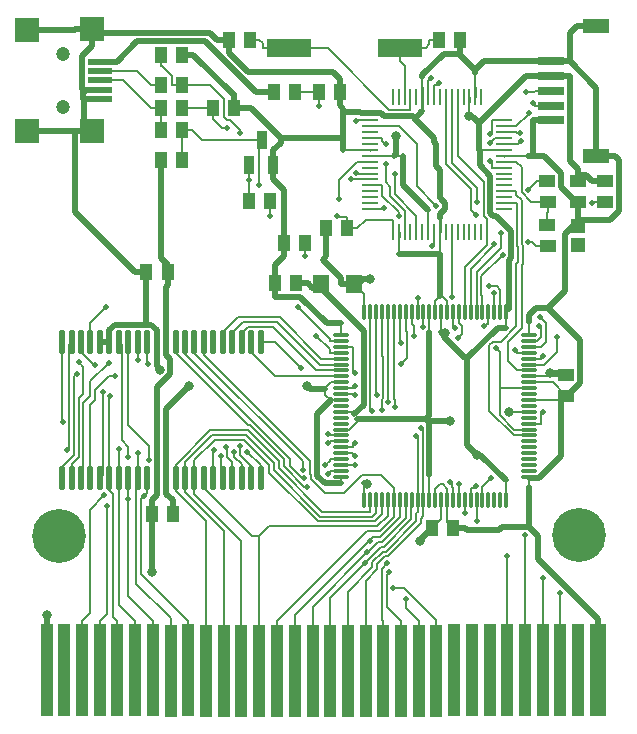
<source format=gbr>
%TF.GenerationSoftware,KiCad,Pcbnew,(6.0.2)*%
%TF.CreationDate,2022-09-11T13:31:58-05:00*%
%TF.ProjectId,REF1790,52454631-3739-4302-9e6b-696361645f70,rev?*%
%TF.SameCoordinates,Original*%
%TF.FileFunction,Copper,L1,Top*%
%TF.FilePolarity,Positive*%
%FSLAX46Y46*%
G04 Gerber Fmt 4.6, Leading zero omitted, Abs format (unit mm)*
G04 Created by KiCad (PCBNEW (6.0.2)) date 2022-09-11 13:31:58*
%MOMM*%
%LPD*%
G01*
G04 APERTURE LIST*
G04 Aperture macros list*
%AMRoundRect*
0 Rectangle with rounded corners*
0 $1 Rounding radius*
0 $2 $3 $4 $5 $6 $7 $8 $9 X,Y pos of 4 corners*
0 Add a 4 corners polygon primitive as box body*
4,1,4,$2,$3,$4,$5,$6,$7,$8,$9,$2,$3,0*
0 Add four circle primitives for the rounded corners*
1,1,$1+$1,$2,$3*
1,1,$1+$1,$4,$5*
1,1,$1+$1,$6,$7*
1,1,$1+$1,$8,$9*
0 Add four rect primitives between the rounded corners*
20,1,$1+$1,$2,$3,$4,$5,0*
20,1,$1+$1,$4,$5,$6,$7,0*
20,1,$1+$1,$6,$7,$8,$9,0*
20,1,$1+$1,$8,$9,$2,$3,0*%
G04 Aperture macros list end*
%TA.AperFunction,SMDPad,CuDef*%
%ADD10R,1.300000X1.310000*%
%TD*%
%TA.AperFunction,SMDPad,CuDef*%
%ADD11R,1.350000X1.630000*%
%TD*%
%TA.AperFunction,SMDPad,CuDef*%
%ADD12R,1.070000X1.350000*%
%TD*%
%TA.AperFunction,SMDPad,CuDef*%
%ADD13RoundRect,0.125000X-0.125000X-0.875000X0.125000X-0.875000X0.125000X0.875000X-0.125000X0.875000X0*%
%TD*%
%TA.AperFunction,SMDPad,CuDef*%
%ADD14R,2.200000X0.750000*%
%TD*%
%TA.AperFunction,SMDPad,CuDef*%
%ADD15R,2.300000X1.310000*%
%TD*%
%TA.AperFunction,SMDPad,CuDef*%
%ADD16R,2.000000X0.500000*%
%TD*%
%TA.AperFunction,SMDPad,CuDef*%
%ADD17R,2.000000X2.000000*%
%TD*%
%TA.AperFunction,ComponentPad*%
%ADD18C,1.200000*%
%TD*%
%TA.AperFunction,ComponentPad*%
%ADD19C,4.560000*%
%TD*%
%TA.AperFunction,SMDPad,CuDef*%
%ADD20R,1.030000X7.780000*%
%TD*%
%TA.AperFunction,SMDPad,CuDef*%
%ADD21R,1.430000X7.780000*%
%TD*%
%TA.AperFunction,SMDPad,CuDef*%
%ADD22R,1.350000X1.070000*%
%TD*%
%TA.AperFunction,SMDPad,CuDef*%
%ADD23R,3.810000X1.580000*%
%TD*%
%TA.AperFunction,SMDPad,CuDef*%
%ADD24R,0.870000X1.550000*%
%TD*%
%TA.AperFunction,SMDPad,CuDef*%
%ADD25R,1.473200X0.279400*%
%TD*%
%TA.AperFunction,SMDPad,CuDef*%
%ADD26R,0.279400X1.473200*%
%TD*%
%TA.AperFunction,SMDPad,CuDef*%
%ADD27O,1.400000X0.300000*%
%TD*%
%TA.AperFunction,SMDPad,CuDef*%
%ADD28O,0.300000X1.400000*%
%TD*%
%TA.AperFunction,ViaPad*%
%ADD29C,0.500000*%
%TD*%
%TA.AperFunction,ViaPad*%
%ADD30C,0.800000*%
%TD*%
%TA.AperFunction,Conductor*%
%ADD31C,0.200000*%
%TD*%
%TA.AperFunction,Conductor*%
%ADD32C,0.500000*%
%TD*%
%TA.AperFunction,Conductor*%
%ADD33C,0.279200*%
%TD*%
%TA.AperFunction,Conductor*%
%ADD34C,0.299800*%
%TD*%
G04 APERTURE END LIST*
D10*
%TO.P,JP1,1,A*%
%TO.N,/Route2*%
X175425000Y-84571000D03*
%TO.P,JP1,2,B*%
%TO.N,/GND*%
X175423000Y-83028000D03*
%TD*%
D11*
%TO.P,D1,1,K*%
%TO.N,/VCC*%
X156499000Y-87900000D03*
%TO.P,D1,2,A*%
%TO.N,/VCC.Internal*%
X153719000Y-87899000D03*
%TD*%
D12*
%TO.P,R3,1*%
%TO.N,/USB.D+*%
X140110000Y-74846000D03*
%TO.P,R3,2*%
%TO.N,/Route1*%
X141894000Y-74844000D03*
%TD*%
%TO.P,C5,1*%
%TO.N,/GND*%
X149791000Y-87865000D03*
%TO.P,C5,2*%
%TO.N,/VCC.Internal*%
X151575000Y-87863000D03*
%TD*%
%TO.P,R4,1*%
%TO.N,/USB.VBUS*%
X149687000Y-71670000D03*
%TO.P,R4,2*%
%TO.N,/P0.23*%
X151471000Y-71668000D03*
%TD*%
%TO.P,R5,1*%
%TO.N,/P0.23*%
X153482000Y-71671000D03*
%TO.P,R5,2*%
%TO.N,/GND*%
X155266000Y-71669000D03*
%TD*%
D13*
%TO.P,U1,1,A0*%
%TO.N,/SRAM.A0*%
X131773000Y-104353000D03*
%TO.P,U1,2,A1*%
%TO.N,/SRAM.A1*%
X132573000Y-104353000D03*
%TO.P,U1,3,A2*%
%TO.N,/SRAM.A2*%
X133373000Y-104353000D03*
%TO.P,U1,4,A3*%
%TO.N,/SRAM.A3*%
X134173000Y-104353000D03*
%TO.P,U1,5,A4*%
%TO.N,/SRAM.A4*%
X134973000Y-104353000D03*
%TO.P,U1,6,CS*%
%TO.N,/CS.ROM*%
X135773000Y-104353000D03*
%TO.P,U1,7,I/O_1*%
%TO.N,/AD0*%
X136573000Y-104353000D03*
%TO.P,U1,8,I/O_2*%
%TO.N,/AD1*%
X137373000Y-104353000D03*
%TO.P,U1,9,I/O_3*%
%TO.N,/AD2*%
X138173000Y-104353000D03*
%TO.P,U1,10,I/O_4*%
%TO.N,/AD3*%
X138973000Y-104353000D03*
%TO.P,U1,11,VCC*%
%TO.N,/VCC*%
X139773000Y-104353000D03*
%TO.P,U1,12,VSS*%
%TO.N,/GND*%
X140573000Y-104353000D03*
%TO.P,U1,13,I/O_5*%
%TO.N,/AD4*%
X141373000Y-104353000D03*
%TO.P,U1,14,I/O_6*%
%TO.N,/AD5*%
X142173000Y-104353000D03*
%TO.P,U1,15,I/O_7*%
%TO.N,/AD6*%
X142973000Y-104353000D03*
%TO.P,U1,16,I/O_8*%
%TO.N,/AD7*%
X143773000Y-104353000D03*
%TO.P,U1,17,WE*%
%TO.N,/SRAM.WE*%
X144573000Y-104353000D03*
%TO.P,U1,18,A5*%
%TO.N,/SRAM.A5*%
X145373000Y-104353000D03*
%TO.P,U1,19,A6*%
%TO.N,/SRAM.A6*%
X146173000Y-104353000D03*
%TO.P,U1,20,A7*%
%TO.N,/SRAM.A7*%
X146973000Y-104353000D03*
%TO.P,U1,21,A8*%
%TO.N,/SRAM.A8*%
X147773000Y-104353000D03*
%TO.P,U1,22,A9*%
%TO.N,/SRAM.A9*%
X148573000Y-104353000D03*
%TO.P,U1,23,A10*%
%TO.N,/SRAM.A10*%
X148573000Y-92853000D03*
%TO.P,U1,24,A11*%
%TO.N,/SRAM.A11*%
X147773000Y-92853000D03*
%TO.P,U1,25,A12*%
%TO.N,/SRAM.A12*%
X146973000Y-92853000D03*
%TO.P,U1,26,A13*%
%TO.N,/SRAM.A13*%
X146173000Y-92853000D03*
%TO.P,U1,27,A14*%
%TO.N,/SRAM.A14*%
X145373000Y-92853000D03*
%TO.P,U1,28,N/C*%
%TO.N,unconnected-(U1-Pad28)*%
X144573000Y-92853000D03*
%TO.P,U1,29,I/O_9*%
%TO.N,/AD8*%
X143773000Y-92853000D03*
%TO.P,U1,30,I/O_10*%
%TO.N,/AD9*%
X142973000Y-92853000D03*
%TO.P,U1,31,I/O_11*%
%TO.N,/AD10*%
X142173000Y-92853000D03*
%TO.P,U1,32,I/O_12*%
%TO.N,/AD11*%
X141373000Y-92853000D03*
%TO.P,U1,33,VCC*%
%TO.N,/VCC*%
X140573000Y-92853000D03*
%TO.P,U1,34,VSS*%
%TO.N,/GND*%
X139773000Y-92853000D03*
%TO.P,U1,35,I/O_13*%
%TO.N,/AD12*%
X138973000Y-92853000D03*
%TO.P,U1,36,I/O_14*%
%TO.N,/AD13*%
X138173000Y-92853000D03*
%TO.P,U1,37,I/O_15*%
%TO.N,/AD14*%
X137373000Y-92853000D03*
%TO.P,U1,38,I/O_16*%
%TO.N,/AD15*%
X136573000Y-92853000D03*
%TO.P,U1,39,LB*%
%TO.N,/GND*%
X135773000Y-92853000D03*
%TO.P,U1,40,UB*%
X134973000Y-92853000D03*
%TO.P,U1,41,OE*%
%TO.N,/SRAM.OE*%
X134173000Y-92853000D03*
%TO.P,U1,42,A15*%
%TO.N,/SRAM.A15*%
X133373000Y-92853000D03*
%TO.P,U1,43,A16*%
%TO.N,/A16*%
X132573000Y-92853000D03*
%TO.P,U1,44,A17*%
%TO.N,/A17*%
X131773000Y-92853000D03*
%TD*%
D14*
%TO.P,J1,1,Pin_1*%
%TO.N,/GND*%
X173198000Y-74050000D03*
%TO.P,J1,2,Pin_2*%
%TO.N,/P0.0*%
X173199000Y-72825000D03*
%TO.P,J1,3,Pin_3*%
%TO.N,/P0.1*%
X173197000Y-71554000D03*
%TO.P,J1,4,Pin_4*%
%TO.N,/VCC*%
X173199000Y-70286000D03*
%TO.P,J1,5,Pin_5*%
%TO.N,/GND*%
X173197000Y-69051000D03*
D15*
%TO.P,J1,6,Pin_6*%
X176967000Y-77066000D03*
X176966000Y-66036000D03*
%TD*%
D16*
%TO.P,USB1,1,VBUS*%
%TO.N,/USB.VBUS*%
X134951000Y-69109000D03*
%TO.P,USB1,2,D-*%
%TO.N,/USB.D-*%
X134947000Y-69902000D03*
%TO.P,USB1,3,D+*%
%TO.N,/USB.D+*%
X134947000Y-70656000D03*
%TO.P,USB1,4,ID*%
%TO.N,/GND*%
X134951000Y-71447000D03*
%TO.P,USB1,5,GND*%
X134951000Y-72208000D03*
D17*
%TO.P,USB1,6,Shield*%
X128796000Y-74983000D03*
X134314000Y-74945000D03*
X134316000Y-66333000D03*
X128798000Y-66370000D03*
D18*
%TO.P,USB1,10*%
%TO.N,N/C*%
X131855000Y-72883000D03*
%TO.P,USB1,11*%
X131855000Y-68476000D03*
%TD*%
D12*
%TO.P,C4,1*%
%TO.N,/GND*%
X138914000Y-86874000D03*
%TO.P,C4,2*%
%TO.N,/VCC*%
X140698000Y-86872000D03*
%TD*%
D19*
%TO.P,Hole1,1*%
%TO.N,N/C*%
X175547000Y-109173000D03*
%TD*%
D12*
%TO.P,C6,1*%
%TO.N,/VCC*%
X139354000Y-107351000D03*
%TO.P,C6,2*%
%TO.N,/GND*%
X141138000Y-107349000D03*
%TD*%
D20*
%TO.P,J2,1,+3.3V/+5V*%
%TO.N,/VCC*%
X130452000Y-120624000D03*
%TO.P,J2,2,Clock*%
%TO.N,unconnected-(J2-Pad2)*%
X131959000Y-120624000D03*
%TO.P,J2,3,/WR*%
%TO.N,/Write*%
X133454000Y-120624000D03*
%TO.P,J2,4,/RD*%
%TO.N,/Read*%
X134961000Y-120624000D03*
%TO.P,J2,5,/CS.ROM*%
%TO.N,/CS.ROM*%
X136452000Y-120624000D03*
%TO.P,J2,6,AD0*%
%TO.N,/AD0*%
X137959000Y-120624000D03*
%TO.P,J2,7,AD1*%
%TO.N,/AD1*%
X139454000Y-120624000D03*
%TO.P,J2,8,AD2*%
%TO.N,/AD2*%
X140961000Y-120634000D03*
%TO.P,J2,9,AD3*%
%TO.N,/AD3*%
X142455000Y-120629000D03*
%TO.P,J2,10,AD4*%
%TO.N,/AD4*%
X143954000Y-120633000D03*
%TO.P,J2,11,AD5*%
%TO.N,/AD5*%
X145473000Y-120633000D03*
%TO.P,J2,12,AD6*%
%TO.N,/AD6*%
X146956000Y-120633000D03*
%TO.P,J2,13,AD7*%
%TO.N,/AD7*%
X148463000Y-120633000D03*
%TO.P,J2,14,AD8*%
%TO.N,/AD8*%
X149956000Y-120632000D03*
%TO.P,J2,15,AD9*%
%TO.N,/AD9*%
X151463000Y-120632000D03*
%TO.P,J2,16,AD10*%
%TO.N,/AD10*%
X152970000Y-120632000D03*
%TO.P,J2,17,AD11*%
%TO.N,/AD11*%
X154453000Y-120632000D03*
%TO.P,J2,18,AD12*%
%TO.N,/AD12*%
X155955000Y-120632000D03*
%TO.P,J2,19,AD13*%
%TO.N,/AD13*%
X157461000Y-120632000D03*
%TO.P,J2,20,AD14*%
%TO.N,/AD14*%
X158956000Y-120632000D03*
%TO.P,J2,21,AD15*%
%TO.N,/AD15*%
X160463000Y-120632000D03*
%TO.P,J2,22,A16*%
%TO.N,/A16*%
X161958000Y-120632000D03*
%TO.P,J2,23,A17*%
%TO.N,/A17*%
X163462000Y-120637000D03*
%TO.P,J2,24,A18*%
%TO.N,unconnected-(J2-Pad24)*%
X164957000Y-120625000D03*
%TO.P,J2,25,A19*%
%TO.N,unconnected-(J2-Pad25)*%
X166452000Y-120625000D03*
%TO.P,J2,26,A20*%
%TO.N,unconnected-(J2-Pad26)*%
X167959000Y-120625000D03*
%TO.P,J2,27,A21*%
%TO.N,/A21*%
X169459000Y-120624000D03*
%TO.P,J2,28,A22*%
%TO.N,/A22*%
X170954000Y-120624000D03*
%TO.P,J2,29,A23*%
%TO.N,/A23*%
X172473000Y-120624000D03*
%TO.P,J2,30,/CS.SRAM*%
%TO.N,/CS.SRAM*%
X173962000Y-120631000D03*
%TO.P,J2,31,/REQ*%
%TO.N,unconnected-(J2-Pad31)*%
X175457000Y-120631000D03*
D21*
%TO.P,J2,32,GND*%
%TO.N,/GND*%
X177155000Y-120631000D03*
%TD*%
D22*
%TO.P,R11,1*%
%TO.N,/2142.Reset*%
X177755000Y-80975000D03*
%TO.P,R11,2*%
%TO.N,/VCC*%
X177753000Y-79191000D03*
%TD*%
D12*
%TO.P,C10,1*%
%TO.N,/XTAL1*%
X163682000Y-67225000D03*
%TO.P,C10,2*%
%TO.N,/GND*%
X165466000Y-67223000D03*
%TD*%
%TO.P,R8,1*%
%TO.N,/VCC*%
X154115000Y-83181000D03*
%TO.P,R8,2*%
%TO.N,/P0.31*%
X155899000Y-83179000D03*
%TD*%
D23*
%TO.P,Y1,1,1*%
%TO.N,/XTAL2*%
X150982000Y-67902000D03*
%TO.P,Y1,2,2*%
%TO.N,/XTAL1*%
X160351000Y-67902000D03*
%TD*%
D12*
%TO.P,R2,1*%
%TO.N,/USB.D+*%
X140106000Y-72977000D03*
%TO.P,R2,2*%
%TO.N,/2142.D+*%
X141890000Y-72975000D03*
%TD*%
D22*
%TO.P,C8,1*%
%TO.N,/GND*%
X174457000Y-97375000D03*
%TO.P,C8,2*%
%TO.N,/VCC.Internal*%
X174455000Y-95591000D03*
%TD*%
D12*
%TO.P,C1,1*%
%TO.N,/2142.D-*%
X140108000Y-68499000D03*
%TO.P,C1,2*%
%TO.N,/GND*%
X141892000Y-68497000D03*
%TD*%
D19*
%TO.P,Hole,1*%
%TO.N,N/C*%
X131494000Y-109212000D03*
%TD*%
D24*
%TO.P,Q1,1,B*%
%TO.N,/Route3*%
X147605000Y-77822000D03*
%TO.P,Q1,2,E*%
%TO.N,/GND*%
X149667000Y-77819000D03*
%TO.P,Q1,3,C*%
%TO.N,/Route1*%
X148676000Y-75756000D03*
%TD*%
D12*
%TO.P,C7,1*%
%TO.N,/VCC*%
X163090000Y-108581000D03*
%TO.P,C7,2*%
%TO.N,/GND*%
X164874000Y-108579000D03*
%TD*%
D22*
%TO.P,R9,1*%
%TO.N,/Route1*%
X172867000Y-84667000D03*
%TO.P,R9,2*%
%TO.N,/P0.14*%
X172865000Y-82883000D03*
%TD*%
D12*
%TO.P,R7,1*%
%TO.N,/GND*%
X150548000Y-84410000D03*
%TO.P,R7,2*%
%TO.N,/P1.26*%
X152332000Y-84408000D03*
%TD*%
%TO.P,R6,1*%
%TO.N,/Route3*%
X147614000Y-80883000D03*
%TO.P,R6,2*%
%TO.N,/P0.31*%
X149398000Y-80881000D03*
%TD*%
D22*
%TO.P,R10,1*%
%TO.N,/P0.14*%
X172868000Y-80981000D03*
%TO.P,R10,2*%
%TO.N,/Route3*%
X172866000Y-79197000D03*
%TD*%
D12*
%TO.P,R12,1*%
%TO.N,/VCC*%
X140107000Y-77426000D03*
%TO.P,R12,2*%
%TO.N,/Route1*%
X141891000Y-77424000D03*
%TD*%
%TO.P,C2,1*%
%TO.N,/GND*%
X145862000Y-67225000D03*
%TO.P,C2,2*%
%TO.N,/XTAL2*%
X147646000Y-67223000D03*
%TD*%
%TO.P,C3,1*%
%TO.N,/2142.D+*%
X144572000Y-72976000D03*
%TO.P,C3,2*%
%TO.N,/GND*%
X146356000Y-72974000D03*
%TD*%
D25*
%TO.P,U3,1,P0.21*%
%TO.N,/P0.21*%
X157822400Y-74039800D03*
%TO.P,U3,2,P0.22*%
%TO.N,/P0.22*%
X157822400Y-74547800D03*
%TO.P,U3,3,RTXC1*%
%TO.N,unconnected-(U3-Pad3)*%
X157822400Y-75055800D03*
%TO.P,U3,4,P1.19*%
%TO.N,/P1.19*%
X157822400Y-75538400D03*
%TO.P,U3,5,RTXC2*%
%TO.N,unconnected-(U3-Pad5)*%
X157822400Y-76046400D03*
%TO.P,U3,6,VSS*%
%TO.N,/GND*%
X157822400Y-76554400D03*
%TO.P,U3,7,VDDA*%
%TO.N,/VCC*%
X157822400Y-77037000D03*
%TO.P,U3,8,P1.18*%
%TO.N,/P1.18*%
X157822400Y-77545000D03*
%TO.P,U3,9,P0.25*%
%TO.N,unconnected-(U3-Pad9)*%
X157822400Y-78053000D03*
%TO.P,U3,10,D+*%
%TO.N,/2142.D+*%
X157822400Y-78561000D03*
%TO.P,U3,11,D-*%
%TO.N,/2142.D-*%
X157822400Y-79043600D03*
%TO.P,U3,12,P1.17*%
%TO.N,/P1.17*%
X157822400Y-79551600D03*
%TO.P,U3,13,P0.28*%
%TO.N,unconnected-(U3-Pad13)*%
X157822400Y-80059600D03*
%TO.P,U3,14,P0.29*%
%TO.N,unconnected-(U3-Pad14)*%
X157822400Y-80542200D03*
%TO.P,U3,15,P0.30*%
%TO.N,unconnected-(U3-Pad15)*%
X157822400Y-81050200D03*
%TO.P,U3,16,P1.16*%
%TO.N,/P1.16*%
X157822400Y-81558200D03*
D26*
%TO.P,U3,17,P0.31*%
%TO.N,/P0.31*%
X159752800Y-83488600D03*
%TO.P,U3,18,VSS*%
%TO.N,/GND*%
X160260800Y-83488600D03*
%TO.P,U3,19,P0.0*%
%TO.N,/P0.0*%
X160768800Y-83488600D03*
%TO.P,U3,20,P1.31*%
%TO.N,unconnected-(U3-Pad20)*%
X161251400Y-83488600D03*
%TO.P,U3,21,P0.1*%
%TO.N,/P0.1*%
X161759400Y-83488600D03*
%TO.P,U3,22,P0.2*%
%TO.N,unconnected-(U3-Pad22)*%
X162267400Y-83488600D03*
%TO.P,U3,23,VDD*%
%TO.N,/VCC*%
X162750000Y-83488600D03*
%TO.P,U3,24,P1.26*%
%TO.N,/P1.26*%
X163258000Y-83488600D03*
%TO.P,U3,25,VSS*%
%TO.N,/GND*%
X163766000Y-83488600D03*
%TO.P,U3,26,P0.3*%
%TO.N,unconnected-(U3-Pad26)*%
X164274000Y-83488600D03*
%TO.P,U3,27,P0.4*%
%TO.N,/P0.4*%
X164756600Y-83488600D03*
%TO.P,U3,28,P1.25*%
%TO.N,unconnected-(U3-Pad28)*%
X165264600Y-83488600D03*
%TO.P,U3,29,P0.5*%
%TO.N,unconnected-(U3-Pad29)*%
X165772600Y-83488600D03*
%TO.P,U3,30,P0.6*%
%TO.N,unconnected-(U3-Pad30)*%
X166255200Y-83488600D03*
%TO.P,U3,31,P0.7*%
%TO.N,unconnected-(U3-Pad31)*%
X166763200Y-83488600D03*
%TO.P,U3,32,P1.24*%
%TO.N,unconnected-(U3-Pad32)*%
X167271200Y-83488600D03*
D25*
%TO.P,U3,33,P0.8*%
%TO.N,/P0.8*%
X169201600Y-81558200D03*
%TO.P,U3,34,P0.9*%
%TO.N,/P0.9*%
X169201600Y-81050200D03*
%TO.P,U3,35,P0.10*%
%TO.N,unconnected-(U3-Pad35)*%
X169201600Y-80542200D03*
%TO.P,U3,36,P1.23*%
%TO.N,/P1.23*%
X169201600Y-80059600D03*
%TO.P,U3,37,P0.11*%
%TO.N,unconnected-(U3-Pad37)*%
X169201600Y-79551600D03*
%TO.P,U3,38,P0.12*%
%TO.N,unconnected-(U3-Pad38)*%
X169201600Y-79043600D03*
%TO.P,U3,39,P0.13*%
%TO.N,unconnected-(U3-Pad39)*%
X169201600Y-78561000D03*
%TO.P,U3,40,P1.22*%
%TO.N,/P1.22*%
X169201600Y-78053000D03*
%TO.P,U3,41,P0.14*%
%TO.N,/P0.14*%
X169201600Y-77545000D03*
%TO.P,U3,42,VSS*%
%TO.N,/GND*%
X169201600Y-77037000D03*
%TO.P,U3,43,VDD*%
%TO.N,/VCC*%
X169201600Y-76554400D03*
%TO.P,U3,44,P1.21*%
%TO.N,/P1.21*%
X169201600Y-76046400D03*
%TO.P,U3,45,P0.15*%
%TO.N,/P0.15*%
X169201600Y-75538400D03*
%TO.P,U3,46,P0.16*%
%TO.N,/P0.16*%
X169201600Y-75055800D03*
%TO.P,U3,47,P0.17*%
%TO.N,/P0.17*%
X169201600Y-74547800D03*
%TO.P,U3,48,P1.20*%
%TO.N,/P1.20*%
X169201600Y-74039800D03*
D26*
%TO.P,U3,49,VBAT*%
%TO.N,unconnected-(U3-Pad49)*%
X167271200Y-72109400D03*
%TO.P,U3,50,VSS*%
%TO.N,/GND*%
X166763200Y-72109400D03*
%TO.P,U3,51,VDD*%
%TO.N,/VCC*%
X166255200Y-72109400D03*
%TO.P,U3,52,P1.30*%
%TO.N,unconnected-(U3-Pad52)*%
X165772600Y-72109400D03*
%TO.P,U3,53,P0.18*%
%TO.N,/P0.18*%
X165264600Y-72109400D03*
%TO.P,U3,54,P0.19*%
%TO.N,/P0.19*%
X164756600Y-72109400D03*
%TO.P,U3,55,P0.20*%
%TO.N,/P0.20*%
X164274000Y-72109400D03*
%TO.P,U3,56,P1.29*%
%TO.N,unconnected-(U3-Pad56)*%
X163766000Y-72109400D03*
%TO.P,U3,57,~{RESET}*%
%TO.N,/2142.Reset*%
X163258000Y-72109400D03*
%TO.P,U3,58,P0.23*%
%TO.N,/P0.23*%
X162750000Y-72109400D03*
%TO.P,U3,59,VSSA*%
%TO.N,/GND*%
X162267400Y-72109400D03*
%TO.P,U3,60,P1.28*%
%TO.N,unconnected-(U3-Pad60)*%
X161759400Y-72109400D03*
%TO.P,U3,61,XTAL2*%
%TO.N,/XTAL2*%
X161251400Y-72109400D03*
%TO.P,U3,62,XTAL1*%
%TO.N,/XTAL1*%
X160768800Y-72109400D03*
%TO.P,U3,63,VREF*%
%TO.N,unconnected-(U3-Pad63)*%
X160260800Y-72109400D03*
%TO.P,U3,64,P1.27*%
%TO.N,unconnected-(U3-Pad64)*%
X159752800Y-72109400D03*
%TD*%
D27*
%TO.P,U2,1,GND*%
%TO.N,/GND*%
X155410000Y-92227000D03*
%TO.P,U2,2,IO*%
%TO.N,/SRAM.OE*%
X155410000Y-92727000D03*
%TO.P,U2,3,IO*%
%TO.N,/SRAM.WE*%
X155410000Y-93227000D03*
%TO.P,U2,4,IO*%
%TO.N,/SRAM.A15*%
X155410000Y-93727000D03*
%TO.P,U2,5,IO*%
%TO.N,/SRAM.A14*%
X155410000Y-94227000D03*
%TO.P,U2,6,IO*%
%TO.N,/SRAM.A13*%
X155410000Y-94727000D03*
%TO.P,U2,7,IO*%
%TO.N,/SRAM.A12*%
X155410000Y-95227000D03*
%TO.P,U2,8,IO*%
%TO.N,/SRAM.A11*%
X155410000Y-95727000D03*
%TO.P,U2,9,GND*%
%TO.N,/GND*%
X155410000Y-96227000D03*
%TO.P,U2,10,I/O_/_GLMX1*%
%TO.N,/SRAM.A10*%
X155410000Y-96727000D03*
%TO.P,U2,11,I/O_/_GL1*%
%TO.N,/CS.ROM*%
X155410000Y-97227000D03*
%TO.P,U2,12,AGND*%
%TO.N,/GND*%
X155410000Y-97727000D03*
%TO.P,U2,13,NPECL1*%
%TO.N,unconnected-(U2-Pad13)*%
X155410000Y-98227000D03*
%TO.P,U2,14,AVDD*%
%TO.N,/VCC.Internal*%
X155410000Y-98727000D03*
%TO.P,U2,15,PPECL1_/_Input*%
%TO.N,unconnected-(U2-Pad15)*%
X155410000Y-99227000D03*
%TO.P,U2,16,I/O_/_GL2*%
%TO.N,unconnected-(U2-Pad16)*%
X155410000Y-99727000D03*
%TO.P,U2,17,VDD*%
%TO.N,/VCC.Internal*%
X155410000Y-100227000D03*
%TO.P,U2,18,IO*%
%TO.N,/Read*%
X155410000Y-100727000D03*
%TO.P,U2,19,IO*%
%TO.N,/Write*%
X155410000Y-101227000D03*
%TO.P,U2,20,IO*%
%TO.N,/CS.SRAM*%
X155410000Y-101727000D03*
%TO.P,U2,21,IO*%
%TO.N,/AD0*%
X155410000Y-102227000D03*
%TO.P,U2,22,IO*%
%TO.N,/AD1*%
X155410000Y-102727000D03*
%TO.P,U2,23,IO*%
%TO.N,/AD2*%
X155410000Y-103227000D03*
%TO.P,U2,24,IO*%
%TO.N,/AD3*%
X155410000Y-103727000D03*
%TO.P,U2,25,GND*%
%TO.N,/GND*%
X155410000Y-104227000D03*
D28*
%TO.P,U2,26,VDDP*%
%TO.N,/VCC*%
X157360000Y-106177000D03*
%TO.P,U2,27,IO*%
%TO.N,/AD4*%
X157860000Y-106177000D03*
%TO.P,U2,28,IO*%
%TO.N,/AD5*%
X158360000Y-106177000D03*
%TO.P,U2,29,IO*%
%TO.N,/AD6*%
X158860000Y-106177000D03*
%TO.P,U2,30,IO*%
%TO.N,/AD7*%
X159360000Y-106177000D03*
%TO.P,U2,31,IO*%
%TO.N,/AD8*%
X159860000Y-106177000D03*
%TO.P,U2,32,IO*%
%TO.N,/AD9*%
X160360000Y-106177000D03*
%TO.P,U2,33,IO*%
%TO.N,/AD10*%
X160860000Y-106177000D03*
%TO.P,U2,34,IO*%
%TO.N,/AD11*%
X161360000Y-106177000D03*
%TO.P,U2,35,IO*%
%TO.N,/AD12*%
X161860000Y-106177000D03*
%TO.P,U2,36,IO*%
%TO.N,/AD13*%
X162360000Y-106177000D03*
%TO.P,U2,37,VDD*%
%TO.N,/VCC.Internal*%
X162860000Y-106177000D03*
%TO.P,U2,38,GND*%
%TO.N,/GND*%
X163360000Y-106177000D03*
%TO.P,U2,39,VDDP*%
%TO.N,/VCC*%
X163860000Y-106177000D03*
%TO.P,U2,40,GND*%
%TO.N,/GND*%
X164360000Y-106177000D03*
%TO.P,U2,41,IO*%
%TO.N,/AD14*%
X164860000Y-106177000D03*
%TO.P,U2,42,IO*%
%TO.N,/AD15*%
X165360000Y-106177000D03*
%TO.P,U2,43,IO*%
%TO.N,/A23*%
X165860000Y-106177000D03*
%TO.P,U2,44,IO*%
%TO.N,/A22*%
X166360000Y-106177000D03*
%TO.P,U2,45,IO*%
%TO.N,/A21*%
X166860000Y-106177000D03*
%TO.P,U2,46,IO*%
%TO.N,/P0.17*%
X167360000Y-106177000D03*
%TO.P,U2,47,TCK*%
%TO.N,unconnected-(U2-Pad47)*%
X167860000Y-106177000D03*
%TO.P,U2,48,TDI*%
%TO.N,unconnected-(U2-Pad48)*%
X168360000Y-106177000D03*
%TO.P,U2,49,TMS*%
%TO.N,unconnected-(U2-Pad49)*%
X168860000Y-106177000D03*
%TO.P,U2,50,VDDP*%
%TO.N,/VCC*%
X169360000Y-106177000D03*
D27*
%TO.P,U2,51,GND*%
%TO.N,/GND*%
X171310000Y-104227000D03*
%TO.P,U2,52,VPP*%
%TO.N,unconnected-(U2-Pad52)*%
X171310000Y-103727000D03*
%TO.P,U2,53,VPN*%
%TO.N,unconnected-(U2-Pad53)*%
X171310000Y-103227000D03*
%TO.P,U2,54,TDO*%
%TO.N,unconnected-(U2-Pad54)*%
X171310000Y-102727000D03*
%TO.P,U2,55,TRST*%
%TO.N,unconnected-(U2-Pad55)*%
X171310000Y-102227000D03*
%TO.P,U2,56,RCK*%
%TO.N,unconnected-(U2-Pad56)*%
X171310000Y-101727000D03*
%TO.P,U2,57,IO*%
%TO.N,unconnected-(U2-Pad57)*%
X171310000Y-101227000D03*
%TO.P,U2,58,IO*%
%TO.N,/P0.9*%
X171310000Y-100727000D03*
%TO.P,U2,59,IO*%
%TO.N,/P0.4*%
X171310000Y-100227000D03*
%TO.P,U2,60,I/O_/_GL3*%
%TO.N,/2142.Reset*%
X171310000Y-99727000D03*
%TO.P,U2,61,PPECL2_/_Input*%
%TO.N,unconnected-(U2-Pad61)*%
X171310000Y-99227000D03*
%TO.P,U2,62,AVDD*%
%TO.N,/VCC.Internal*%
X171310000Y-98727000D03*
%TO.P,U2,63,NPECL2*%
%TO.N,unconnected-(U2-Pad63)*%
X171310000Y-98227000D03*
%TO.P,U2,64,AGND*%
%TO.N,/GND*%
X171310000Y-97727000D03*
%TO.P,U2,65,I/O_/_GL4*%
%TO.N,unconnected-(U2-Pad65)*%
X171310000Y-97227000D03*
%TO.P,U2,66,I/O_/_GLMX2*%
%TO.N,/P0.4*%
X171310000Y-96727000D03*
%TO.P,U2,67,GND*%
%TO.N,/GND*%
X171310000Y-96227000D03*
%TO.P,U2,68,VDD*%
%TO.N,/VCC.Internal*%
X171310000Y-95727000D03*
%TO.P,U2,69,IO*%
%TO.N,/P1.23*%
X171310000Y-95227000D03*
%TO.P,U2,70,IO*%
%TO.N,/P1.22*%
X171310000Y-94727000D03*
%TO.P,U2,71,IO*%
%TO.N,/P1.21*%
X171310000Y-94227000D03*
%TO.P,U2,72,IO*%
%TO.N,/P1.20*%
X171310000Y-93727000D03*
%TO.P,U2,73,IO*%
%TO.N,/P1.19*%
X171310000Y-93227000D03*
%TO.P,U2,74,IO*%
%TO.N,/P1.18*%
X171310000Y-92727000D03*
%TO.P,U2,75,GND*%
%TO.N,/GND*%
X171310000Y-92227000D03*
D28*
%TO.P,U2,76,VDDP*%
%TO.N,/VCC*%
X169360000Y-90277000D03*
%TO.P,U2,77,IO*%
%TO.N,/P1.17*%
X168860000Y-90277000D03*
%TO.P,U2,78,IO*%
%TO.N,/P1.16*%
X168360000Y-90277000D03*
%TO.P,U2,79,IO*%
%TO.N,/P0.22*%
X167860000Y-90277000D03*
%TO.P,U2,80,IO*%
%TO.N,/P0.21*%
X167360000Y-90277000D03*
%TO.P,U2,81,IO*%
%TO.N,/P0.20*%
X166860000Y-90277000D03*
%TO.P,U2,82,IO*%
%TO.N,/P0.19*%
X166360000Y-90277000D03*
%TO.P,U2,83,IO*%
%TO.N,/P0.18*%
X165860000Y-90277000D03*
%TO.P,U2,84,IO*%
%TO.N,/P0.16*%
X165360000Y-90277000D03*
%TO.P,U2,85,IO*%
%TO.N,/P0.15*%
X164860000Y-90277000D03*
%TO.P,U2,86,GND*%
%TO.N,/GND*%
X164360000Y-90277000D03*
%TO.P,U2,87,VDDP*%
%TO.N,/VCC*%
X163860000Y-90277000D03*
%TO.P,U2,88,GND*%
%TO.N,/GND*%
X163360000Y-90277000D03*
%TO.P,U2,89,VDD*%
%TO.N,/VCC.Internal*%
X162860000Y-90277000D03*
%TO.P,U2,90,IO*%
%TO.N,/SRAM.A0*%
X162360000Y-90277000D03*
%TO.P,U2,91,IO*%
%TO.N,/SRAM.A1*%
X161860000Y-90277000D03*
%TO.P,U2,92,IO*%
%TO.N,/SRAM.A2*%
X161360000Y-90277000D03*
%TO.P,U2,93,IO*%
%TO.N,/SRAM.A3*%
X160860000Y-90277000D03*
%TO.P,U2,94,IO*%
%TO.N,/SRAM.A4*%
X160360000Y-90277000D03*
%TO.P,U2,95,IO*%
%TO.N,/SRAM.A5*%
X159860000Y-90277000D03*
%TO.P,U2,96,IO*%
%TO.N,/SRAM.A6*%
X159360000Y-90277000D03*
%TO.P,U2,97,IO*%
%TO.N,/SRAM.A7*%
X158860000Y-90277000D03*
%TO.P,U2,98,IO*%
%TO.N,/SRAM.A8*%
X158360000Y-90277000D03*
%TO.P,U2,99,IO*%
%TO.N,/SRAM.A9*%
X157860000Y-90277000D03*
%TO.P,U2,100,VDDP*%
%TO.N,/VCC*%
X157360000Y-90277000D03*
%TD*%
D12*
%TO.P,R1,1*%
%TO.N,/USB.D-*%
X140105000Y-71078000D03*
%TO.P,R1,2*%
%TO.N,/2142.D-*%
X141889000Y-71076000D03*
%TD*%
D22*
%TO.P,C9,1*%
%TO.N,/GND*%
X175450000Y-80975000D03*
%TO.P,C9,2*%
%TO.N,/VCC*%
X175448000Y-79191000D03*
%TD*%
D29*
%TO.N,/Route3*%
X171223500Y-79916100D03*
X147605000Y-79068000D03*
D30*
%TO.N,/GND*%
X142475300Y-96563200D03*
X152511600Y-96563200D03*
X140084400Y-95195800D03*
D29*
%TO.N,/Route1*%
X148408000Y-79558600D03*
X171240700Y-84323300D03*
%TO.N,/2142.D-*%
X156190200Y-79043600D03*
X146810900Y-75139300D03*
%TO.N,/2142.D+*%
X145760100Y-74666500D03*
X156617400Y-78480600D03*
D30*
%TO.N,/VCC*%
X139354000Y-112284400D03*
X157871800Y-87482800D03*
X162071900Y-109634600D03*
X160013600Y-75346700D03*
X164208100Y-92085300D03*
X166911900Y-102373700D03*
X166255000Y-73704700D03*
X157561900Y-104852100D03*
X130467600Y-115961900D03*
%TO.N,/VCC.Internal*%
X173106500Y-95420200D03*
X164627600Y-99529300D03*
X169598400Y-98727000D03*
D29*
%TO.N,/P0.23*%
X153482000Y-72796100D03*
X162984300Y-70496100D03*
%TO.N,/P0.31*%
X149398000Y-82143900D03*
X155034900Y-82143900D03*
%TO.N,/P1.26*%
X163076700Y-84688800D03*
X152332000Y-85545900D03*
%TO.N,/2142.Reset*%
X163654800Y-70915200D03*
X176629700Y-81029400D03*
X172461900Y-98711000D03*
%TO.N,/P0.21*%
X169078800Y-85439700D03*
X156616100Y-74075600D03*
%TO.N,/P0.22*%
X167483500Y-91432100D03*
X163456800Y-81300600D03*
%TO.N,/P1.19*%
X172190400Y-90662500D03*
X159175700Y-76083100D03*
%TO.N,/P1.18*%
X172138800Y-91433100D03*
X155209200Y-80750400D03*
%TO.N,/P1.17*%
X167891700Y-88086600D03*
X160260800Y-82113300D03*
%TO.N,/P1.16*%
X168336700Y-88664300D03*
X159028800Y-81454700D03*
%TO.N,/P0.0*%
X171642000Y-72560600D03*
X159211100Y-77726600D03*
%TO.N,/P0.1*%
X171029500Y-71625400D03*
X159941100Y-78571700D03*
%TO.N,/P0.4*%
X168496600Y-93327300D03*
X164756600Y-88982200D03*
%TO.N,/P1.22*%
X168010000Y-77491000D03*
X173641300Y-92400600D03*
%TO.N,/P1.21*%
X170593300Y-75817800D03*
X172466400Y-94043000D03*
%TO.N,/P0.15*%
X165075100Y-91668300D03*
X168012400Y-75963500D03*
%TO.N,/P0.16*%
X165250100Y-92489800D03*
X170504500Y-75086000D03*
%TO.N,/P0.17*%
X171294300Y-73407300D03*
X168089900Y-104348100D03*
%TO.N,/P1.20*%
X170138800Y-93506700D03*
X167972800Y-75194300D03*
%TO.N,/P0.19*%
X168365200Y-84493700D03*
X166914600Y-80996300D03*
%TO.N,/P0.20*%
X166792600Y-82060800D03*
X168915400Y-83604300D03*
%TO.N,/SRAM.A0*%
X162296000Y-91544800D03*
X133013100Y-95487000D03*
%TO.N,/SRAM.A1*%
X133177300Y-94532900D03*
X161860000Y-89124000D03*
%TO.N,/SRAM.A2*%
X135699300Y-94605100D03*
X161564900Y-92310100D03*
%TO.N,/SRAM.A3*%
X160476400Y-94710700D03*
X136255700Y-95698000D03*
%TO.N,/SRAM.A4*%
X135211400Y-97029000D03*
X160434800Y-92895100D03*
%TO.N,/CS.ROM*%
X135825300Y-97405700D03*
X156582200Y-97311100D03*
%TO.N,/AD0*%
X136573000Y-101853300D03*
X156569300Y-102438600D03*
%TO.N,/AD1*%
X137373000Y-106089300D03*
X154069400Y-103268600D03*
%TO.N,/AD2*%
X138173000Y-102207000D03*
X156579800Y-103227000D03*
%TO.N,/AD3*%
X138681200Y-105890600D03*
X154250700Y-103977400D03*
%TO.N,/SRAM.WE*%
X156575200Y-95413800D03*
X144636400Y-101928900D03*
%TO.N,/SRAM.A5*%
X145217400Y-102494300D03*
X159930900Y-98361500D03*
%TO.N,/SRAM.A6*%
X145639900Y-101694300D03*
X159373200Y-97928900D03*
%TO.N,/SRAM.A7*%
X158823100Y-98607200D03*
X146317800Y-102145800D03*
%TO.N,/SRAM.A8*%
X146831400Y-101629300D03*
X158410500Y-97335600D03*
%TO.N,/SRAM.A9*%
X157991800Y-98650200D03*
X147418000Y-102118200D03*
%TO.N,/SRAM.A10*%
X151966600Y-95045800D03*
X156593900Y-96570500D03*
%TO.N,/AD9*%
X152152800Y-103631600D03*
X157805200Y-109659800D03*
%TO.N,/AD10*%
X152289100Y-104333500D03*
X157594000Y-110581400D03*
%TO.N,/AD11*%
X157422900Y-111555200D03*
X152501300Y-105111600D03*
%TO.N,/AD12*%
X161757700Y-100801300D03*
X139070800Y-94645700D03*
%TO.N,/AD13*%
X162156700Y-100121300D03*
X138173000Y-94304500D03*
%TO.N,/AD14*%
X139102500Y-102767900D03*
X159307800Y-111555200D03*
X164628000Y-104660100D03*
%TO.N,/AD15*%
X137372500Y-102550600D03*
X165339600Y-104848200D03*
X159482800Y-112292800D03*
%TO.N,/SRAM.OE*%
X135513100Y-89856000D03*
X151705400Y-89879000D03*
%TO.N,/SRAM.A15*%
X153295800Y-92313000D03*
X134534000Y-94790500D03*
%TO.N,/A16*%
X160848300Y-114577400D03*
X132188600Y-101997200D03*
%TO.N,/A17*%
X131826900Y-99550200D03*
X159789400Y-113628900D03*
%TO.N,/Read*%
X135555200Y-106672000D03*
X154258100Y-100624300D03*
%TO.N,/Write*%
X135335000Y-105814000D03*
X154242500Y-101365900D03*
%TO.N,/CS.SRAM*%
X156567700Y-101405400D03*
X173962000Y-114088100D03*
%TO.N,/A23*%
X165860000Y-107334000D03*
X172473000Y-112784800D03*
%TO.N,/A22*%
X166781800Y-105018100D03*
X170954000Y-109190300D03*
%TO.N,/A21*%
X166860000Y-108010100D03*
X169459000Y-110930400D03*
%TD*%
D31*
%TO.N,/Route3*%
X147614000Y-79907900D02*
X147605000Y-79898900D01*
X171890900Y-79248700D02*
X171223500Y-79916100D01*
X147614000Y-80883000D02*
X147614000Y-79907900D01*
X171890900Y-79197000D02*
X171890900Y-79248700D01*
X147605000Y-77822000D02*
X147605000Y-79068000D01*
X172866000Y-79197000D02*
X171890900Y-79197000D01*
X147605000Y-79898900D02*
X147605000Y-79068000D01*
D32*
%TO.N,/GND*%
X164156900Y-81010500D02*
X163956900Y-80810500D01*
X177155000Y-116290900D02*
X172092500Y-111228400D01*
X164874000Y-108579000D02*
X165859100Y-108579000D01*
X138914000Y-86874000D02*
X137928900Y-86874000D01*
X174324800Y-88494000D02*
X172876000Y-89942800D01*
X145862000Y-67225000D02*
X145862000Y-68350100D01*
D31*
X164360000Y-108065000D02*
X164874000Y-108579000D01*
D32*
X136235000Y-91374600D02*
X138914000Y-91374600D01*
X163766000Y-80585700D02*
X163766000Y-78294500D01*
X172092500Y-109255600D02*
X171310000Y-108473100D01*
X154688800Y-69966700D02*
X154688800Y-69966600D01*
X140573000Y-105658900D02*
X140573000Y-104353000D01*
X173197000Y-69051000D02*
X174747100Y-69051000D01*
D31*
X162270500Y-70345300D02*
X162274000Y-70342000D01*
D32*
X154056300Y-104794600D02*
X153389300Y-104127600D01*
D31*
X160261000Y-85383200D02*
X160258000Y-85386000D01*
D32*
X133500900Y-71770400D02*
X133500900Y-72208000D01*
X135773000Y-91836600D02*
X136235000Y-91374600D01*
D31*
X163766000Y-85400000D02*
X163763500Y-85402500D01*
D32*
X154688800Y-69966600D02*
X147478500Y-69966600D01*
X168733400Y-108751500D02*
X166031600Y-108751500D01*
D31*
X164360000Y-106177000D02*
X164360000Y-108065000D01*
D32*
X175613100Y-96297900D02*
X175613100Y-92679900D01*
X150332300Y-75928600D02*
X149667000Y-76593900D01*
D31*
X171310000Y-97727000D02*
X174023000Y-97727000D01*
D32*
X174324800Y-83713400D02*
X174324800Y-88494000D01*
X172157600Y-104327200D02*
X171310000Y-104327200D01*
X161438300Y-73702700D02*
X159015600Y-73702700D01*
X155542000Y-75509700D02*
X150332300Y-75509700D01*
X171647900Y-77037000D02*
X171647900Y-74050000D01*
X132848700Y-81793800D02*
X137928900Y-86874000D01*
X132848700Y-74983000D02*
X130246100Y-74983000D01*
X133589000Y-74945000D02*
X132863900Y-74945000D01*
D31*
X154065000Y-96827200D02*
X154065000Y-97282000D01*
X154510000Y-96227000D02*
X154065000Y-96672000D01*
D32*
X155542000Y-73070100D02*
X155266000Y-72794100D01*
X175450000Y-81098100D02*
X175450000Y-81221200D01*
X173197000Y-69051000D02*
X167481700Y-69051000D01*
D31*
X171310000Y-104327200D02*
X171310000Y-105099000D01*
D32*
X169011800Y-108473100D02*
X168733400Y-108751500D01*
X167481700Y-69051000D02*
X166766000Y-69766700D01*
X157078000Y-73425100D02*
X156992100Y-73339200D01*
D33*
X166763200Y-71211200D02*
X166763200Y-72109400D01*
D32*
X172092500Y-111228400D02*
X172092500Y-109255600D01*
X144876900Y-67225000D02*
X144323500Y-66671600D01*
X165406700Y-68407400D02*
X166766000Y-69766700D01*
D31*
X155542000Y-76554400D02*
X155542000Y-76554000D01*
D32*
X163261000Y-75902300D02*
X163261000Y-75525400D01*
X133824300Y-71447000D02*
X133500900Y-71770400D01*
X158738000Y-73425100D02*
X157078000Y-73425100D01*
D31*
X163778000Y-104859000D02*
X163991000Y-104859000D01*
D33*
X160260800Y-83906700D02*
X160260800Y-83488600D01*
D32*
X174048900Y-79697000D02*
X174048900Y-78482100D01*
X175450000Y-81098100D02*
X174048900Y-79697000D01*
X133458200Y-68640900D02*
X133458200Y-71404300D01*
D31*
X174316300Y-97515700D02*
X174457000Y-97375000D01*
D32*
X175613100Y-92679900D02*
X172876000Y-89942800D01*
X159015600Y-73702700D02*
X158738000Y-73425100D01*
X163261000Y-75525400D02*
X161649700Y-73914000D01*
X175423000Y-83028000D02*
X175010200Y-83028000D01*
X176966000Y-66036000D02*
X175365900Y-66036000D01*
X163762300Y-85403700D02*
X163774000Y-85415400D01*
X135773000Y-92853000D02*
X135773000Y-91836600D01*
X176967000Y-71270900D02*
X176967000Y-77066000D01*
X134951000Y-71447000D02*
X134226000Y-71447000D01*
D31*
X169202000Y-77037000D02*
X171249000Y-77037000D01*
D32*
X161649700Y-73914000D02*
X161438300Y-73702700D01*
X144323500Y-66671600D02*
X134316000Y-66671600D01*
X165466000Y-68348100D02*
X165406700Y-68407400D01*
X177155000Y-120631000D02*
X177155000Y-116290900D01*
X164079200Y-68407400D02*
X162270500Y-70216100D01*
D31*
X163360000Y-105277000D02*
X163778000Y-104859000D01*
X171310000Y-104227000D02*
X171310000Y-104327200D01*
D32*
X139773000Y-92853000D02*
X139773000Y-94884400D01*
X163416300Y-77944800D02*
X163416300Y-76057600D01*
X163840300Y-80660000D02*
X163766000Y-80585700D01*
X150548000Y-85535100D02*
X149791000Y-86292100D01*
X172603800Y-77037000D02*
X171647900Y-77037000D01*
X153331800Y-103820200D02*
X153331800Y-98905200D01*
X171308000Y-90505200D02*
X171308000Y-91149000D01*
X138914000Y-86874000D02*
X138914000Y-87999100D01*
X173198000Y-74050000D02*
X171647900Y-74050000D01*
D31*
X166763000Y-71211000D02*
X166763000Y-70069800D01*
D33*
X162267400Y-73296300D02*
X162267400Y-72109400D01*
D32*
X128798000Y-66370000D02*
X132828900Y-66370000D01*
X150548000Y-79925100D02*
X149667000Y-79044100D01*
X135773000Y-92853000D02*
X134973000Y-92853000D01*
D33*
X162267400Y-71229400D02*
X162267400Y-72109400D01*
D32*
X140573000Y-98465500D02*
X142475300Y-96563200D01*
X154176100Y-91217000D02*
X155408000Y-91217000D01*
X141138000Y-106223900D02*
X140573000Y-105658900D01*
X134314000Y-74945000D02*
X133589000Y-74945000D01*
D31*
X154510000Y-97727000D02*
X155410000Y-97727000D01*
D32*
X155542000Y-75509700D02*
X155542000Y-73339200D01*
X163956900Y-80810500D02*
X163956900Y-80803400D01*
X155410000Y-104794600D02*
X154056300Y-104794600D01*
X145862000Y-67225000D02*
X144876900Y-67225000D01*
X134951000Y-72208000D02*
X133589000Y-72208000D01*
X149791000Y-88990100D02*
X151949200Y-88990100D01*
X174048900Y-78482100D02*
X172603800Y-77037000D01*
X155542000Y-76554000D02*
X155542000Y-75509700D01*
X134316000Y-66677400D02*
X134316000Y-67783100D01*
X146229000Y-71848900D02*
X142877100Y-68497000D01*
X175365900Y-66036000D02*
X174747100Y-66654800D01*
X153331800Y-98905200D02*
X154510000Y-97727000D01*
D31*
X163360000Y-106177000D02*
X163360000Y-105277000D01*
D32*
X163766000Y-78294500D02*
X163416300Y-77944800D01*
X150548000Y-84410000D02*
X150548000Y-85535100D01*
X171647900Y-77037000D02*
X171249000Y-77037000D01*
D31*
X163774000Y-88952000D02*
X163360000Y-89366000D01*
D32*
X178895300Y-81701300D02*
X178895300Y-77394200D01*
X132848700Y-74983000D02*
X132848700Y-81793800D01*
D31*
X171310000Y-96227000D02*
X173309000Y-96227000D01*
D32*
X141138000Y-107349000D02*
X141138000Y-106223900D01*
X175423000Y-82475400D02*
X175423000Y-81922900D01*
D31*
X155410000Y-96227000D02*
X154510000Y-96227000D01*
D32*
X163416300Y-76057600D02*
X163261000Y-75902300D01*
D31*
X173309000Y-96227000D02*
X174457000Y-97375000D01*
D32*
X164156900Y-81590700D02*
X164156900Y-81010500D01*
X166766000Y-69766700D02*
X166766000Y-70067000D01*
X165406700Y-68407400D02*
X164079200Y-68407400D01*
X134316000Y-66333000D02*
X134316000Y-66671600D01*
X141892000Y-68497000D02*
X142877100Y-68497000D01*
D31*
X166763000Y-72109400D02*
X166763000Y-71211000D01*
D32*
X138914000Y-91374600D02*
X139327300Y-91374600D01*
X166031600Y-108751500D02*
X165859100Y-108579000D01*
D31*
X174023000Y-97727000D02*
X174105000Y-97727000D01*
X163762300Y-85403700D02*
X163761000Y-85405000D01*
D32*
X163763500Y-85402500D02*
X160280300Y-85402500D01*
X174395300Y-97515700D02*
X175613100Y-96297900D01*
X134316000Y-67783100D02*
X133458200Y-68640900D01*
D31*
X154065000Y-96672000D02*
X154065000Y-96827200D01*
D32*
X174023000Y-102461800D02*
X172157600Y-104327200D01*
X163766000Y-81981600D02*
X164156900Y-81590700D01*
X138914000Y-91374600D02*
X138914000Y-87999100D01*
X160280300Y-85402500D02*
X160261000Y-85383200D01*
X174316300Y-97515700D02*
X174395300Y-97515700D01*
D31*
X174105000Y-97727000D02*
X174316300Y-97515700D01*
X162267000Y-72109400D02*
X162267000Y-71229000D01*
D32*
X155266000Y-71669000D02*
X155266000Y-70543900D01*
X172876000Y-89942800D02*
X171870400Y-89942800D01*
X175010200Y-83028000D02*
X174324800Y-83713400D01*
D31*
X160261000Y-83906900D02*
X160261000Y-85383200D01*
X160261000Y-83488600D02*
X160261000Y-83906900D01*
D32*
X146356000Y-71848900D02*
X146229000Y-71848900D01*
X178895300Y-77394200D02*
X178567100Y-77066000D01*
X151949200Y-88990100D02*
X154176100Y-91217000D01*
D33*
X163766000Y-82301700D02*
X163766000Y-83488600D01*
D32*
X156992100Y-73339200D02*
X155542000Y-73339200D01*
D33*
X166763000Y-71211000D02*
X166763200Y-71211200D01*
D31*
X171310000Y-92227000D02*
X171310000Y-91151000D01*
D32*
X139327300Y-91374600D02*
X139773000Y-91820300D01*
X149791000Y-87865000D02*
X149791000Y-88990100D01*
X155266000Y-71669000D02*
X155266000Y-72794100D01*
X150548000Y-84410000D02*
X150548000Y-79925100D01*
D33*
X160261000Y-83906900D02*
X160260800Y-83906700D01*
D32*
X149791000Y-86292100D02*
X149791000Y-87865000D01*
X134316000Y-66677400D02*
X134316000Y-66671600D01*
D31*
X162267000Y-70348600D02*
X162270500Y-70345300D01*
D33*
X169202000Y-77037000D02*
X169201600Y-77037000D01*
D31*
X163763500Y-85402500D02*
X163762300Y-85403700D01*
D32*
X147796600Y-72974000D02*
X146356000Y-72974000D01*
D31*
X154065000Y-97282000D02*
X154510000Y-97727000D01*
D32*
X132863900Y-74945000D02*
X132863900Y-74967800D01*
X133589000Y-74945000D02*
X133589000Y-72208000D01*
X175450000Y-80975000D02*
X175450000Y-81098100D01*
X171310000Y-108473100D02*
X169011800Y-108473100D01*
D31*
X157822000Y-76554400D02*
X155542000Y-76554400D01*
X155410000Y-91219000D02*
X155408000Y-91217000D01*
X164360000Y-90277000D02*
X164360000Y-89377000D01*
D32*
X134316000Y-66333000D02*
X132865900Y-66333000D01*
X150332300Y-75509700D02*
X150332300Y-75928600D01*
X176967000Y-77066000D02*
X178567100Y-77066000D01*
X153389300Y-103877700D02*
X153331800Y-103820200D01*
X155266000Y-70543900D02*
X154688800Y-69966700D01*
X133589000Y-72208000D02*
X133500900Y-72208000D01*
X134226000Y-71447000D02*
X133824300Y-71447000D01*
X139773000Y-94884400D02*
X140084400Y-95195800D01*
D31*
X163935000Y-88952000D02*
X163774000Y-88952000D01*
X163991000Y-104859000D02*
X164360000Y-105228000D01*
D32*
X146356000Y-72974000D02*
X146356000Y-71848900D01*
X139773000Y-91820300D02*
X139773000Y-92853000D01*
X163956900Y-80803400D02*
X163840300Y-80686800D01*
X150332300Y-75509700D02*
X147796600Y-72974000D01*
X163766000Y-82301700D02*
X163766000Y-81981600D01*
X175423000Y-81248200D02*
X175423000Y-81922900D01*
X175423000Y-83028000D02*
X175423000Y-82475400D01*
X175450000Y-81221200D02*
X175423000Y-81248200D01*
X174747100Y-66654800D02*
X174747100Y-69051000D01*
X149667000Y-77819000D02*
X149667000Y-76593900D01*
D33*
X157822000Y-76554400D02*
X157822400Y-76554400D01*
D31*
X171310000Y-91151000D02*
X171308000Y-91149000D01*
D32*
X163774000Y-85415400D02*
X163774000Y-88952000D01*
X153389300Y-104127600D02*
X153389300Y-103877700D01*
X162270500Y-70216100D02*
X162270500Y-70345300D01*
X161649700Y-73914000D02*
X162267400Y-73296300D01*
X140573000Y-104353000D02*
X140573000Y-98465500D01*
D31*
X155410000Y-92227000D02*
X155410000Y-91219000D01*
D32*
X155542000Y-73339200D02*
X155542000Y-73070100D01*
X178121200Y-82475400D02*
X178895300Y-81701300D01*
X171870400Y-89942800D02*
X171308000Y-90505200D01*
X128796000Y-74983000D02*
X130246100Y-74983000D01*
X163840300Y-80686800D02*
X163840300Y-80660000D01*
D31*
X166763000Y-70069800D02*
X166766000Y-70067000D01*
X164360000Y-105228000D02*
X164360000Y-106177000D01*
D32*
X152775600Y-96827200D02*
X152511600Y-96563200D01*
X132828900Y-66370000D02*
X132865900Y-66333000D01*
X133824300Y-71447000D02*
X133500900Y-71447000D01*
D31*
X163766000Y-83488600D02*
X163766000Y-85400000D01*
D32*
X175423000Y-82475400D02*
X178121200Y-82475400D01*
X149667000Y-77819000D02*
X149667000Y-79044100D01*
X132863900Y-74967800D02*
X132848700Y-74983000D01*
X171310000Y-105099000D02*
X171310000Y-108473100D01*
D33*
X162267000Y-71229000D02*
X162267400Y-71229400D01*
D31*
X164360000Y-89377000D02*
X163935000Y-88952000D01*
X162267000Y-71229000D02*
X162267000Y-70348600D01*
X155410000Y-104227000D02*
X155410000Y-104794600D01*
X163360000Y-89366000D02*
X163360000Y-90277000D01*
X171249000Y-77037000D02*
X171252000Y-77034000D01*
D32*
X154065000Y-96827200D02*
X152775600Y-96827200D01*
X165466000Y-67223000D02*
X165466000Y-68348100D01*
X174023000Y-97727000D02*
X174023000Y-102461800D01*
X133458200Y-71404300D02*
X133500900Y-71447000D01*
X174747100Y-69051000D02*
X176967000Y-71270900D01*
X147478500Y-69966600D02*
X145862000Y-68350100D01*
D31*
%TO.N,/Route1*%
X148408000Y-75756000D02*
X147940900Y-75756000D01*
X141894000Y-74844000D02*
X142729100Y-74844000D01*
X171548200Y-84323300D02*
X171240700Y-84323300D01*
X148676000Y-75756000D02*
X148408000Y-75756000D01*
X141894000Y-76445900D02*
X141894000Y-74844000D01*
X171891900Y-84667000D02*
X171548200Y-84323300D01*
X141891000Y-76448900D02*
X141894000Y-76445900D01*
X142729100Y-74844000D02*
X143641100Y-75756000D01*
X148408000Y-75756000D02*
X148408000Y-79558600D01*
X141891000Y-77424000D02*
X141891000Y-76448900D01*
X172867000Y-84667000D02*
X171891900Y-84667000D01*
X143641100Y-75756000D02*
X147940900Y-75756000D01*
%TO.N,/2142.D-*%
X140197500Y-69474100D02*
X140108000Y-69474100D01*
X144316100Y-71076000D02*
X141889000Y-71076000D01*
X146810900Y-75139300D02*
X146810900Y-74890300D01*
X145464000Y-72223900D02*
X144316100Y-71076000D01*
X141053900Y-70330500D02*
X140197500Y-69474100D01*
X145954100Y-74033500D02*
X145705100Y-74033500D01*
X140108000Y-68499000D02*
X140108000Y-69474100D01*
X141889000Y-71076000D02*
X141053900Y-71076000D01*
X145464000Y-73792400D02*
X145464000Y-72223900D01*
X141053900Y-71076000D02*
X141053900Y-70330500D01*
X146810900Y-74890300D02*
X145954100Y-74033500D01*
X145705100Y-74033500D02*
X145464000Y-73792400D01*
X157822400Y-79043600D02*
X156190200Y-79043600D01*
%TO.N,/XTAL2*%
X148776900Y-67902000D02*
X148776900Y-67518800D01*
X161251400Y-73146100D02*
X159485500Y-73146100D01*
X148776900Y-67518800D02*
X148481100Y-67223000D01*
X147646000Y-67223000D02*
X148481100Y-67223000D01*
X154241400Y-67902000D02*
X150982000Y-67902000D01*
X159485500Y-73146100D02*
X154241400Y-67902000D01*
X150982000Y-67902000D02*
X148776900Y-67902000D01*
X161251400Y-72109400D02*
X161251400Y-73146100D01*
%TO.N,/2142.D+*%
X144572000Y-72976000D02*
X142726100Y-72976000D01*
X157822400Y-78561000D02*
X156785700Y-78561000D01*
X145287400Y-74666500D02*
X145760100Y-74666500D01*
X142726100Y-72976000D02*
X142725100Y-72975000D01*
X156705300Y-78480600D02*
X156617400Y-78480600D01*
X141890000Y-72975000D02*
X142725100Y-72975000D01*
X144572000Y-72976000D02*
X144572000Y-73951100D01*
X156785700Y-78561000D02*
X156705300Y-78480600D01*
X144572000Y-73951100D02*
X145287400Y-74666500D01*
D32*
%TO.N,/VCC*%
X176135300Y-78698400D02*
X176627900Y-79191000D01*
X166911900Y-102373700D02*
X166067500Y-101529300D01*
X155373900Y-87389200D02*
X153836100Y-85851300D01*
X174749100Y-70286000D02*
X174749100Y-77507000D01*
X162071900Y-109599100D02*
X162071900Y-109634600D01*
D31*
X163860000Y-90277000D02*
X163860000Y-91972000D01*
D32*
X162751000Y-81670600D02*
X160645500Y-79565100D01*
X168014900Y-78753600D02*
X168014900Y-81884300D01*
D31*
X160645500Y-77034500D02*
X160648000Y-77032000D01*
X163860000Y-107811000D02*
X163090000Y-108581000D01*
D32*
X166911900Y-102373700D02*
X167190700Y-102373700D01*
X159891200Y-77037000D02*
X160013600Y-76914600D01*
D31*
X166255000Y-72109400D02*
X166255000Y-72527700D01*
D32*
X168014900Y-81884300D02*
X168278600Y-82148000D01*
X166067500Y-94200500D02*
X168662400Y-91605600D01*
D31*
X169360000Y-90277000D02*
X169360000Y-91605600D01*
D32*
X168484000Y-82148000D02*
X169740400Y-83404400D01*
D31*
X166255000Y-73704700D02*
X166255000Y-73791800D01*
D32*
X130452000Y-116283900D02*
X130467600Y-116268300D01*
X175448000Y-79191000D02*
X175448000Y-78698400D01*
D31*
X162751000Y-81670600D02*
X162751000Y-81458000D01*
X169360000Y-104543000D02*
X169355000Y-104538000D01*
X163860000Y-91972000D02*
X163861000Y-91973000D01*
D32*
X139354000Y-107351000D02*
X139354000Y-112284400D01*
X154115000Y-85572400D02*
X154115000Y-84306100D01*
X166067500Y-101529300D02*
X166067500Y-94200500D01*
D33*
X166255200Y-72527500D02*
X166255200Y-72109400D01*
D32*
X166067500Y-94200500D02*
X165911600Y-94200500D01*
X168278600Y-82148000D02*
X168484000Y-82148000D01*
X140573000Y-93902300D02*
X140573000Y-92853000D01*
D31*
X157822400Y-77037000D02*
X159891200Y-77037000D01*
X169360000Y-106177000D02*
X169360000Y-104543000D01*
D32*
X140934500Y-94263800D02*
X140573000Y-93902300D01*
X157360000Y-104749500D02*
X157459300Y-104749500D01*
X167190700Y-102373700D02*
X169355000Y-104538000D01*
X168662400Y-91605600D02*
X169360000Y-91605600D01*
X139773000Y-105806900D02*
X139773000Y-104353000D01*
X139354000Y-107351000D02*
X139354000Y-106225900D01*
X167111000Y-76554400D02*
X167111000Y-77849700D01*
X169740400Y-83404400D02*
X169740400Y-84944700D01*
D31*
X162750000Y-83488600D02*
X162750000Y-82521300D01*
D32*
X167111000Y-77849700D02*
X168014900Y-78753600D01*
X140698000Y-86872000D02*
X140698000Y-87997100D01*
X169778900Y-84983200D02*
X169778900Y-85729800D01*
X163090000Y-108581000D02*
X162071900Y-109599100D01*
X139773000Y-104353000D02*
X139837700Y-104288300D01*
X157459300Y-104749500D02*
X157561900Y-104852100D01*
D31*
X156670800Y-88071800D02*
X156499000Y-87900000D01*
X169202000Y-76554400D02*
X169201600Y-76554400D01*
D32*
X174749100Y-77507000D02*
X175448000Y-78205900D01*
D31*
X163860000Y-106177000D02*
X163860000Y-107811000D01*
X157360000Y-90277000D02*
X157360000Y-88761000D01*
D32*
X177753000Y-79191000D02*
X176627900Y-79191000D01*
D31*
X157360000Y-104749500D02*
X157360000Y-104574000D01*
D32*
X164090700Y-92202700D02*
X164208100Y-92085300D01*
D31*
X169201600Y-76554400D02*
X167111000Y-76554400D01*
D32*
X140573000Y-92853000D02*
X140573000Y-88122100D01*
X157259800Y-87482800D02*
X156670800Y-88071800D01*
D31*
X162751000Y-82520300D02*
X162751000Y-81670600D01*
D32*
X160013600Y-76914600D02*
X160013600Y-75346700D01*
X155373900Y-87900000D02*
X155373900Y-87389200D01*
X166597400Y-73795000D02*
X167087300Y-74284900D01*
X156499000Y-87900000D02*
X155373900Y-87900000D01*
X139354000Y-106225900D02*
X139773000Y-105806900D01*
X140107000Y-77426000D02*
X140107000Y-85718400D01*
D31*
X157360000Y-106177000D02*
X157360000Y-104749500D01*
D32*
X140107000Y-85718400D02*
X140698000Y-86309400D01*
D31*
X157822000Y-77037000D02*
X157822400Y-77037000D01*
D32*
X167111000Y-76554400D02*
X167087300Y-76530700D01*
X164090700Y-92379600D02*
X164090700Y-92202700D01*
X163861000Y-91973000D02*
X164090700Y-92202700D01*
X169740400Y-84944700D02*
X169778900Y-84983200D01*
X165911600Y-94200500D02*
X164090700Y-92379600D01*
X171086200Y-70286000D02*
X167087300Y-74284900D01*
X175448000Y-78698400D02*
X176135300Y-78698400D01*
D33*
X166255000Y-72527700D02*
X166255200Y-72527500D01*
D32*
X140573000Y-88122100D02*
X140698000Y-87997100D01*
X167087300Y-76530700D02*
X167087300Y-74284900D01*
X166252000Y-73795000D02*
X166597400Y-73795000D01*
D31*
X166255000Y-72527700D02*
X166255000Y-73704700D01*
D32*
X140934500Y-95548000D02*
X140934500Y-94263800D01*
D31*
X166255000Y-73791800D02*
X166252000Y-73795000D01*
D32*
X140698000Y-86872000D02*
X140698000Y-86309400D01*
X157871800Y-87482800D02*
X157259800Y-87482800D01*
X130452000Y-120624000D02*
X130452000Y-116283900D01*
D34*
X169646600Y-89990400D02*
X169360000Y-90277000D01*
D31*
X157360000Y-88761000D02*
X156670800Y-88071800D01*
X167111000Y-76554400D02*
X167105000Y-76548000D01*
D32*
X130467600Y-116268300D02*
X130467600Y-115961900D01*
X173199000Y-70286000D02*
X171086200Y-70286000D01*
X175448000Y-78698400D02*
X175448000Y-78205900D01*
X173199000Y-70286000D02*
X174749100Y-70286000D01*
X139837700Y-104288300D02*
X139837700Y-96644800D01*
X169646600Y-85862100D02*
X169646600Y-89990400D01*
X139837700Y-96644800D02*
X140934500Y-95548000D01*
D31*
X160643000Y-77037000D02*
X160645500Y-77034500D01*
D32*
X160645500Y-79565100D02*
X160645500Y-77034500D01*
D31*
X159891200Y-77037000D02*
X160643000Y-77037000D01*
D32*
X153836100Y-85851300D02*
X154115000Y-85572400D01*
D31*
X162750000Y-82521300D02*
X162751000Y-82520300D01*
D32*
X169778900Y-85729800D02*
X169646600Y-85862100D01*
X154115000Y-83181000D02*
X154115000Y-84306100D01*
%TO.N,/VCC.Internal*%
X162947400Y-99529300D02*
X162858000Y-99618700D01*
X153719000Y-87899000D02*
X153719000Y-88269500D01*
X153719000Y-88269500D02*
X157309800Y-91860300D01*
X162858000Y-99618700D02*
X162858000Y-104107000D01*
D31*
X156310000Y-98727000D02*
X156507000Y-98924000D01*
X169598400Y-98727000D02*
X169276000Y-98727000D01*
X156704000Y-99618700D02*
X156096000Y-100227000D01*
D32*
X162609100Y-99369800D02*
X162858000Y-99618700D01*
D31*
X171310000Y-98727000D02*
X169598400Y-98727000D01*
D32*
X162861000Y-99117900D02*
X162861000Y-91983000D01*
X173106500Y-95420200D02*
X174012200Y-95420200D01*
X157309800Y-98121200D02*
X156507000Y-98924000D01*
D31*
X162860000Y-106177000D02*
X162860000Y-104109000D01*
D32*
X164627600Y-99529300D02*
X162947400Y-99529300D01*
D31*
X155410000Y-98727000D02*
X156310000Y-98727000D01*
X171310000Y-95727000D02*
X174319000Y-95727000D01*
D32*
X156704000Y-99369800D02*
X162609100Y-99369800D01*
X152560100Y-87863000D02*
X152966600Y-88269500D01*
D31*
X162860000Y-91982000D02*
X162861000Y-91983000D01*
X156096000Y-100227000D02*
X155410000Y-100227000D01*
X156704000Y-99369800D02*
X156704000Y-99618700D01*
D32*
X174012200Y-95420200D02*
X174319000Y-95727000D01*
X151575000Y-87863000D02*
X152560100Y-87863000D01*
D31*
X162860000Y-104109000D02*
X162858000Y-104107000D01*
D32*
X152966600Y-88269500D02*
X153719000Y-88269500D01*
D31*
X156507000Y-98924000D02*
X156704000Y-99121000D01*
X174319000Y-95727000D02*
X174455000Y-95591000D01*
X156704000Y-99121000D02*
X156704000Y-99369800D01*
D32*
X162609100Y-99369800D02*
X162861000Y-99117900D01*
X157309800Y-91860300D02*
X157309800Y-98121200D01*
D31*
X162860000Y-90277000D02*
X162860000Y-91982000D01*
%TO.N,/XTAL1*%
X163682000Y-67225000D02*
X162846900Y-67225000D01*
X160351000Y-67902000D02*
X160351000Y-68992100D01*
X160351000Y-67902000D02*
X162556100Y-67902000D01*
X160768800Y-72109400D02*
X160768800Y-69409900D01*
X162556100Y-67902000D02*
X162846900Y-67611200D01*
X160768800Y-69409900D02*
X160351000Y-68992100D01*
X162846900Y-67611200D02*
X162846900Y-67225000D01*
%TO.N,/USB.D-*%
X140105000Y-71078000D02*
X139269900Y-71078000D01*
X134947000Y-69902000D02*
X138093900Y-69902000D01*
X138093900Y-69902000D02*
X139269900Y-71078000D01*
%TO.N,/USB.D+*%
X139688500Y-72977000D02*
X140110000Y-73398500D01*
X140110000Y-73398500D02*
X140110000Y-74846000D01*
X140106000Y-72977000D02*
X139688500Y-72977000D01*
X139688500Y-72977000D02*
X139270900Y-72977000D01*
X136949900Y-70656000D02*
X139270900Y-72977000D01*
X134947000Y-70656000D02*
X136949900Y-70656000D01*
D32*
%TO.N,/USB.VBUS*%
X138138300Y-67371800D02*
X136401100Y-69109000D01*
X149687000Y-71670000D02*
X148185600Y-71670000D01*
X134951000Y-69109000D02*
X136401100Y-69109000D01*
X148185600Y-71670000D02*
X143887400Y-67371800D01*
X143887400Y-67371800D02*
X138138300Y-67371800D01*
D31*
%TO.N,/P0.23*%
X162750000Y-72109400D02*
X162750000Y-70730400D01*
X153482000Y-71671000D02*
X153482000Y-72646100D01*
X162750000Y-70730400D02*
X162984300Y-70496100D01*
X153482000Y-71671000D02*
X152309100Y-71671000D01*
X151471000Y-71668000D02*
X152306100Y-71668000D01*
X152309100Y-71671000D02*
X152306100Y-71668000D01*
X153482000Y-72646100D02*
X153482000Y-72796100D01*
%TO.N,/P0.31*%
X155899000Y-83179000D02*
X156734100Y-83179000D01*
X157461200Y-82451900D02*
X156734100Y-83179000D01*
X159752800Y-83488600D02*
X159752800Y-82451900D01*
X159752800Y-82451900D02*
X157461200Y-82451900D01*
X155094900Y-82203900D02*
X155034900Y-82143900D01*
X155899000Y-82203900D02*
X155094900Y-82203900D01*
X149398000Y-80881000D02*
X149398000Y-82143900D01*
X155899000Y-83179000D02*
X155899000Y-82203900D01*
%TO.N,/P1.26*%
X152332000Y-84408000D02*
X152332000Y-85545900D01*
X163240200Y-84525300D02*
X163076700Y-84688800D01*
X163258000Y-83488600D02*
X163258000Y-84525300D01*
X163258000Y-84525300D02*
X163240200Y-84525300D01*
%TO.N,/P0.14*%
X170238300Y-77545000D02*
X170673400Y-77980100D01*
X172865000Y-81819100D02*
X172868000Y-81816100D01*
X170673400Y-77980100D02*
X170673400Y-80143900D01*
X172868000Y-80981000D02*
X172868000Y-81816100D01*
X169201600Y-77545000D02*
X170238300Y-77545000D01*
X171510500Y-80981000D02*
X171892900Y-80981000D01*
X172865000Y-82883000D02*
X172865000Y-81819100D01*
X170673400Y-80143900D02*
X171510500Y-80981000D01*
X172868000Y-80981000D02*
X171892900Y-80981000D01*
%TO.N,/2142.Reset*%
X176779900Y-80975000D02*
X176684100Y-80975000D01*
X163654800Y-70915200D02*
X163497300Y-71072700D01*
X172310100Y-99727000D02*
X172310100Y-98862800D01*
X171310000Y-99727000D02*
X172310100Y-99727000D01*
X177755000Y-80975000D02*
X176779900Y-80975000D01*
X172310100Y-98862800D02*
X172461900Y-98711000D01*
X163258000Y-72109400D02*
X163258000Y-71072700D01*
X163497300Y-71072700D02*
X163258000Y-71072700D01*
X176684100Y-80975000D02*
X176629700Y-81029400D01*
%TO.N,/P0.21*%
X167360000Y-88948400D02*
X167260200Y-88848600D01*
X157822400Y-74039800D02*
X156651900Y-74039800D01*
X167260200Y-88848600D02*
X167260200Y-87258300D01*
X167260200Y-87258300D02*
X169078800Y-85439700D01*
X156651900Y-74039800D02*
X156616100Y-74075600D01*
X167360000Y-90277000D02*
X167360000Y-88948400D01*
%TO.N,/P0.22*%
X167860000Y-90277000D02*
X167860000Y-91277100D01*
X167638500Y-91277100D02*
X167483500Y-91432100D01*
X160270000Y-74547800D02*
X161783000Y-76060800D01*
X157822400Y-74547800D02*
X160270000Y-74547800D01*
X161783000Y-79626800D02*
X163456800Y-81300600D01*
X167860000Y-91277100D02*
X167638500Y-91277100D01*
X161783000Y-76060800D02*
X161783000Y-79626800D01*
%TO.N,/P1.19*%
X171310000Y-93227000D02*
X172310100Y-93227000D01*
X159175700Y-76083100D02*
X158859100Y-75766500D01*
X158859100Y-75766500D02*
X158859100Y-75538400D01*
X172718400Y-91190500D02*
X172190400Y-90662500D01*
X172310100Y-93227000D02*
X172718400Y-92818700D01*
X172718400Y-92818700D02*
X172718400Y-91190500D01*
X157822400Y-75538400D02*
X158859100Y-75538400D01*
%TO.N,/P1.18*%
X155209200Y-79109500D02*
X156773700Y-77545000D01*
X155209200Y-80750400D02*
X155209200Y-79109500D01*
X172318200Y-92405300D02*
X171996500Y-92727000D01*
X172138800Y-91433100D02*
X172318200Y-91612500D01*
X156773700Y-77545000D02*
X157822400Y-77545000D01*
X171996500Y-92727000D02*
X171310000Y-92727000D01*
X172318200Y-91612500D02*
X172318200Y-92405300D01*
%TO.N,/P1.17*%
X168886800Y-88414300D02*
X168559100Y-88086600D01*
X168559100Y-88086600D02*
X167891700Y-88086600D01*
X158859100Y-80427600D02*
X158859100Y-79551600D01*
X157822400Y-79551600D02*
X158859100Y-79551600D01*
X168886800Y-89250100D02*
X168886800Y-88414300D01*
X168860000Y-90277000D02*
X168860000Y-89276900D01*
X160260800Y-81829300D02*
X158859100Y-80427600D01*
X160260800Y-82113300D02*
X160260800Y-81829300D01*
X168860000Y-89276900D02*
X168886800Y-89250100D01*
%TO.N,/P1.16*%
X157822400Y-81558200D02*
X158925300Y-81558200D01*
X168360000Y-90277000D02*
X168360000Y-88687600D01*
X168360000Y-88687600D02*
X168336700Y-88664300D01*
X158925300Y-81558200D02*
X159028800Y-81454700D01*
%TO.N,/P0.0*%
X160810900Y-82409800D02*
X160810900Y-81734000D01*
X171798900Y-72825000D02*
X171798900Y-72717500D01*
X171798900Y-72717500D02*
X171642000Y-72560600D01*
X160810900Y-81734000D02*
X159572300Y-80495400D01*
X159211100Y-79292800D02*
X159211100Y-77726600D01*
X159572300Y-79654000D02*
X159211100Y-79292800D01*
X160768800Y-83488600D02*
X160768800Y-82451900D01*
X159572300Y-80495400D02*
X159572300Y-79654000D01*
X160768800Y-82451900D02*
X160810900Y-82409800D01*
X173199000Y-72825000D02*
X171798900Y-72825000D01*
%TO.N,/P0.1*%
X173197000Y-71554000D02*
X171796900Y-71554000D01*
X161759400Y-82451900D02*
X161759400Y-82116700D01*
X159972400Y-80329700D02*
X159972400Y-78603000D01*
X159972400Y-78603000D02*
X159941100Y-78571700D01*
X161759400Y-83488600D02*
X161759400Y-82451900D01*
X171725500Y-71625400D02*
X171796900Y-71554000D01*
X171029500Y-71625400D02*
X171725500Y-71625400D01*
X161759400Y-82116700D02*
X159972400Y-80329700D01*
%TO.N,/P0.4*%
X168860700Y-93691400D02*
X168496600Y-93327300D01*
X171310000Y-96727000D02*
X168860700Y-96727000D01*
X164756600Y-83488600D02*
X164756600Y-88982200D01*
X168860700Y-96727000D02*
X168860700Y-99020500D01*
X170067200Y-100227000D02*
X171310000Y-100227000D01*
X168860700Y-99020500D02*
X170067200Y-100227000D01*
X168860700Y-96727000D02*
X168860700Y-93691400D01*
%TO.N,/P0.9*%
X167946500Y-93099500D02*
X167946500Y-98672100D01*
X170388100Y-86029600D02*
X170238300Y-86179400D01*
X170388100Y-84814400D02*
X170388100Y-86029600D01*
X170290500Y-84716800D02*
X170388100Y-84814400D01*
X170238300Y-91505400D02*
X168966500Y-92777200D01*
X167946500Y-98672100D02*
X170001400Y-100727000D01*
X170290500Y-81102400D02*
X170290500Y-84716800D01*
X168966500Y-92777200D02*
X168268800Y-92777200D01*
X171310000Y-100727000D02*
X170309900Y-100727000D01*
X170238300Y-81050200D02*
X170290500Y-81102400D01*
X168268800Y-92777200D02*
X167946500Y-93099500D01*
X170001400Y-100727000D02*
X170309900Y-100727000D01*
X169201600Y-81050200D02*
X170238300Y-81050200D01*
X170238300Y-86179400D02*
X170238300Y-91505400D01*
%TO.N,/P1.23*%
X169201600Y-80059600D02*
X170238300Y-80059600D01*
X170690600Y-84551100D02*
X170788200Y-84648700D01*
X170687600Y-91642500D02*
X169536000Y-92794100D01*
X170788200Y-84648700D02*
X170788200Y-86195300D01*
X171310000Y-95227000D02*
X170309900Y-95227000D01*
X170690600Y-80815100D02*
X170690600Y-84551100D01*
X170687600Y-86295900D02*
X170687600Y-91642500D01*
X170238300Y-80362800D02*
X170690600Y-80815100D01*
X169536000Y-92794100D02*
X169536000Y-94453100D01*
X170238300Y-80059600D02*
X170238300Y-80362800D01*
X169536000Y-94453100D02*
X170309900Y-95227000D01*
X170788200Y-86195300D02*
X170687600Y-86295900D01*
%TO.N,/P1.22*%
X171310000Y-94727000D02*
X172310100Y-94727000D01*
X168164900Y-78053000D02*
X168164900Y-77645900D01*
X173641300Y-93658500D02*
X173641300Y-92400600D01*
X168164900Y-77645900D02*
X168010000Y-77491000D01*
X169201600Y-78053000D02*
X168164900Y-78053000D01*
X172572800Y-94727000D02*
X173641300Y-93658500D01*
X172310100Y-94727000D02*
X172572800Y-94727000D01*
%TO.N,/P1.21*%
X172310100Y-94227000D02*
X172310100Y-94199300D01*
X171310000Y-94227000D02*
X172310100Y-94227000D01*
X172310100Y-94199300D02*
X172466400Y-94043000D01*
X170364700Y-76046400D02*
X170593300Y-75817800D01*
X169201600Y-76046400D02*
X170364700Y-76046400D01*
%TO.N,/P0.15*%
X168012400Y-75932900D02*
X168406900Y-75538400D01*
X168406900Y-75538400D02*
X169201600Y-75538400D01*
X168012400Y-75963500D02*
X168012400Y-75932900D01*
X164860000Y-90277000D02*
X164860000Y-91453200D01*
X164860000Y-91453200D02*
X165075100Y-91668300D01*
%TO.N,/P0.16*%
X170268500Y-75086000D02*
X170238300Y-75055800D01*
X165360000Y-91175200D02*
X165360000Y-90277000D01*
X165625200Y-91440400D02*
X165360000Y-91175200D01*
X165250100Y-92489800D02*
X165625200Y-92114700D01*
X169201600Y-75055800D02*
X170238300Y-75055800D01*
X170504500Y-75086000D02*
X170268500Y-75086000D01*
X165625200Y-92114700D02*
X165625200Y-91440400D01*
%TO.N,/P0.17*%
X170238300Y-74547800D02*
X171294200Y-73491900D01*
X171294200Y-73407300D02*
X171294300Y-73407300D01*
X171294200Y-73491900D02*
X171294200Y-73407300D01*
X169201600Y-74547800D02*
X170238300Y-74547800D01*
X167360000Y-105078000D02*
X168089900Y-104348100D01*
X167360000Y-106177000D02*
X167360000Y-105078000D01*
%TO.N,/P1.20*%
X168164900Y-74039800D02*
X168164900Y-75002200D01*
X168164900Y-75002200D02*
X167972800Y-75194300D01*
X171310000Y-93727000D02*
X170309900Y-93727000D01*
X170309900Y-93677800D02*
X170138800Y-93506700D01*
X170309900Y-93727000D02*
X170309900Y-93677800D01*
X169201600Y-74039800D02*
X168164900Y-74039800D01*
%TO.N,/P0.18*%
X165264600Y-77030600D02*
X165264600Y-72109400D01*
X165860000Y-90277000D02*
X165860000Y-86478000D01*
X167756000Y-82403400D02*
X167464800Y-82112200D01*
X167756000Y-84582000D02*
X167756000Y-82403400D01*
X165860000Y-86478000D02*
X167756000Y-84582000D01*
X167464800Y-82112200D02*
X167464800Y-79230800D01*
X167464800Y-79230800D02*
X165264600Y-77030600D01*
%TO.N,/P0.19*%
X166360000Y-86649000D02*
X168365200Y-84643800D01*
X168365200Y-84643800D02*
X168365200Y-84493700D01*
X164756600Y-77654400D02*
X166914600Y-79812400D01*
X166360000Y-90277000D02*
X166360000Y-86649000D01*
X164756600Y-72109400D02*
X164756600Y-77654400D01*
X166914600Y-79812400D02*
X166914600Y-80996300D01*
%TO.N,/P0.20*%
X164274000Y-73146100D02*
X164274000Y-77737700D01*
X164274000Y-72109400D02*
X164274000Y-73146100D01*
X166364500Y-79828200D02*
X166364500Y-81632700D01*
X166364500Y-81632700D02*
X166792600Y-82060800D01*
X168915400Y-84825200D02*
X166860000Y-86880600D01*
X166860000Y-86880600D02*
X166860000Y-90277000D01*
X168915400Y-83604300D02*
X168915400Y-84825200D01*
X164274000Y-77737700D02*
X166364500Y-79828200D01*
%TO.N,/SRAM.A0*%
X162360000Y-91480800D02*
X162296000Y-91544800D01*
X162360000Y-90277000D02*
X162360000Y-91480800D01*
X133013100Y-95487000D02*
X132777200Y-95722900D01*
X131773000Y-103418700D02*
X131773000Y-104353000D01*
X132777200Y-95722900D02*
X132777200Y-102414500D01*
X132777200Y-102414500D02*
X131773000Y-103418700D01*
%TO.N,/SRAM.A1*%
X133177300Y-97578900D02*
X133177300Y-102584700D01*
X133177300Y-102584700D02*
X132573000Y-103189000D01*
X161860000Y-90277000D02*
X161860000Y-89276900D01*
X161860000Y-89276900D02*
X161860000Y-89124000D01*
X133177300Y-94532900D02*
X133577400Y-94933000D01*
X133577400Y-94933000D02*
X133577400Y-97178800D01*
X133577400Y-97178800D02*
X133177300Y-97578900D01*
X132573000Y-103189000D02*
X132573000Y-104353000D01*
%TO.N,/SRAM.A2*%
X161564900Y-91482000D02*
X161564900Y-92310100D01*
X133577400Y-97944500D02*
X133577400Y-104148600D01*
X161360000Y-91277100D02*
X161564900Y-91482000D01*
X133577400Y-104148600D02*
X133373000Y-104353000D01*
X135699300Y-94605100D02*
X134173000Y-96131400D01*
X134173000Y-96131400D02*
X134173000Y-97348900D01*
X134173000Y-97348900D02*
X133577400Y-97944500D01*
X161360000Y-90277000D02*
X161360000Y-91277100D01*
%TO.N,/SRAM.A3*%
X135762900Y-95698000D02*
X136255700Y-95698000D01*
X160860000Y-91887400D02*
X160985000Y-92012400D01*
X160985000Y-94202100D02*
X160476400Y-94710700D01*
X160985000Y-92012400D02*
X160985000Y-94202100D01*
X134573100Y-97710300D02*
X134573100Y-96887800D01*
X134173000Y-104353000D02*
X134173000Y-98110400D01*
X160860000Y-90277000D02*
X160860000Y-91887400D01*
X134573100Y-96887800D02*
X135762900Y-95698000D01*
X134173000Y-98110400D02*
X134573100Y-97710300D01*
%TO.N,/SRAM.A4*%
X160360000Y-90277000D02*
X160360000Y-91277100D01*
X134973000Y-104353000D02*
X135211400Y-104114600D01*
X135211400Y-104114600D02*
X135211400Y-97029000D01*
X160360000Y-92820300D02*
X160434800Y-92895100D01*
X160360000Y-91277100D02*
X160360000Y-92820300D01*
%TO.N,/CS.ROM*%
X155410000Y-97227000D02*
X156498100Y-97227000D01*
X135773000Y-97458000D02*
X135825300Y-97405700D01*
X136105300Y-116087200D02*
X136452000Y-116433900D01*
X135773000Y-105326000D02*
X136105300Y-105658300D01*
X135773000Y-104353000D02*
X135773000Y-105326000D01*
X136452000Y-120624000D02*
X136452000Y-116433900D01*
X156498100Y-97227000D02*
X156582200Y-97311100D01*
X136105300Y-105658300D02*
X136105300Y-116087200D01*
X135773000Y-104353000D02*
X135773000Y-97458000D01*
%TO.N,/AD0*%
X155410000Y-102227000D02*
X156410100Y-102227000D01*
X136573000Y-115047900D02*
X136573000Y-104353000D01*
X156410100Y-102227000D02*
X156410100Y-102279400D01*
X137959000Y-120624000D02*
X137959000Y-116433900D01*
X137959000Y-116433900D02*
X136573000Y-115047900D01*
X156410100Y-102279400D02*
X156569300Y-102438600D01*
X136573000Y-104353000D02*
X136573000Y-101853300D01*
%TO.N,/AD1*%
X137373000Y-114352900D02*
X137373000Y-106089300D01*
X154409900Y-102928100D02*
X154069400Y-103268600D01*
X155410000Y-102727000D02*
X154409900Y-102727000D01*
X154409900Y-102727000D02*
X154409900Y-102928100D01*
X139454000Y-116433900D02*
X137373000Y-114352900D01*
X137373000Y-104353000D02*
X137373000Y-106089300D01*
X139454000Y-120624000D02*
X139454000Y-116433900D01*
%TO.N,/AD2*%
X138050700Y-104475300D02*
X138050700Y-113266300D01*
X138050700Y-113266300D02*
X140961000Y-116176600D01*
X140961000Y-116176600D02*
X140961000Y-120634000D01*
X138173000Y-104353000D02*
X138050700Y-104475300D01*
X138173000Y-104353000D02*
X138173000Y-102207000D01*
X155410000Y-103227000D02*
X156579800Y-103227000D01*
%TO.N,/AD3*%
X142455000Y-120629000D02*
X142455000Y-116540900D01*
X138483800Y-112467700D02*
X142455000Y-116438900D01*
X138973000Y-105598800D02*
X138681200Y-105890600D01*
X154409900Y-103818200D02*
X154250700Y-103977400D01*
X142455000Y-116442800D02*
X142455000Y-116438900D01*
X138483800Y-106088000D02*
X138483800Y-112467700D01*
X154409900Y-103727000D02*
X154409900Y-103818200D01*
X138681200Y-105890600D02*
X138483800Y-106088000D01*
X138973000Y-104353000D02*
X138973000Y-105598800D01*
X155410000Y-103727000D02*
X154409900Y-103727000D01*
X142455000Y-116540900D02*
X142455000Y-116442800D01*
%TO.N,/AD4*%
X141373000Y-103199100D02*
X141373000Y-104353000D01*
X150129200Y-103517600D02*
X150129200Y-102919700D01*
X143954000Y-107982200D02*
X143954000Y-120633000D01*
X157860000Y-107177100D02*
X153788700Y-107177100D01*
X141373000Y-105401200D02*
X143954000Y-107982200D01*
X141373000Y-104353000D02*
X141373000Y-105401200D01*
X150129200Y-102919700D02*
X147488400Y-100278900D01*
X157860000Y-106177000D02*
X157860000Y-107177100D01*
X153788700Y-107177100D02*
X150129200Y-103517600D01*
X144293200Y-100278900D02*
X141373000Y-103199100D01*
X147488400Y-100278900D02*
X144293200Y-100278900D01*
%TO.N,/AD5*%
X149729100Y-103683300D02*
X153647300Y-107601500D01*
X145473000Y-120633000D02*
X145473000Y-108778200D01*
X144474500Y-100679000D02*
X147322700Y-100679000D01*
X142173000Y-102980500D02*
X144474500Y-100679000D01*
X158360000Y-107282000D02*
X158360000Y-106177000D01*
X142173000Y-105478200D02*
X142173000Y-104353000D01*
X145473000Y-108778200D02*
X142173000Y-105478200D01*
X158040500Y-107601500D02*
X158360000Y-107282000D01*
X153647300Y-107601500D02*
X158040500Y-107601500D01*
X147322700Y-100679000D02*
X149729100Y-103085400D01*
X142173000Y-104353000D02*
X142173000Y-102980500D01*
X149729100Y-103085400D02*
X149729100Y-103683300D01*
%TO.N,/AD6*%
X142973000Y-105712300D02*
X142973000Y-104353000D01*
X158860000Y-107372700D02*
X158860000Y-106177000D01*
X144708300Y-101079100D02*
X147157000Y-101079100D01*
X146956000Y-109695300D02*
X142973000Y-105712300D01*
X149329000Y-103251100D02*
X149329000Y-103875400D01*
X142973000Y-102814400D02*
X144708300Y-101079100D01*
X158231100Y-108001600D02*
X158860000Y-107372700D01*
X146956000Y-120633000D02*
X146956000Y-109695300D01*
X142973000Y-104353000D02*
X142973000Y-102814400D01*
X147157000Y-101079100D02*
X149329000Y-103251100D01*
X149329000Y-103875400D02*
X153455200Y-108001600D01*
X153455200Y-108001600D02*
X158231100Y-108001600D01*
%TO.N,/AD7*%
X159360000Y-106177000D02*
X159360000Y-107177100D01*
X147809500Y-109257100D02*
X148463000Y-109257100D01*
X149318400Y-108401700D02*
X158467500Y-108401700D01*
X159360000Y-107509200D02*
X159360000Y-107177100D01*
X143773000Y-104353000D02*
X143773000Y-105220600D01*
X143773000Y-105220600D02*
X147809500Y-109257100D01*
X148463000Y-109257100D02*
X148463000Y-116442900D01*
X148463000Y-109257100D02*
X149318400Y-108401700D01*
X148463000Y-120633000D02*
X148463000Y-116442900D01*
X158467500Y-108401700D02*
X159360000Y-107509200D01*
%TO.N,/SRAM.WE*%
X156410100Y-93227000D02*
X156410100Y-95248700D01*
X144573000Y-101992300D02*
X144636400Y-101928900D01*
X155410000Y-93227000D02*
X156410100Y-93227000D01*
X156410100Y-95248700D02*
X156575200Y-95413800D01*
X144573000Y-104353000D02*
X144573000Y-101992300D01*
%TO.N,/SRAM.A5*%
X159860000Y-97637700D02*
X159930900Y-97708600D01*
X159860000Y-90277000D02*
X159860000Y-97637700D01*
X145217400Y-104197400D02*
X145217400Y-102494300D01*
X145373000Y-104353000D02*
X145217400Y-104197400D01*
X159930900Y-97708600D02*
X159930900Y-98361500D01*
%TO.N,/SRAM.A6*%
X145767600Y-102550100D02*
X146173000Y-102955500D01*
X145767600Y-101822000D02*
X145767600Y-102550100D01*
X159373200Y-91290300D02*
X159373200Y-97928900D01*
X146173000Y-102955500D02*
X146173000Y-104353000D01*
X159360000Y-91277100D02*
X159373200Y-91290300D01*
X145639900Y-101694300D02*
X145767600Y-101822000D01*
X159360000Y-90277000D02*
X159360000Y-91277100D01*
%TO.N,/SRAM.A7*%
X146317800Y-102527300D02*
X146317800Y-102145800D01*
X158860000Y-93988000D02*
X158961700Y-94089700D01*
X158961700Y-94089700D02*
X158961700Y-97562500D01*
X158860000Y-90277000D02*
X158860000Y-93988000D01*
X146973000Y-104353000D02*
X146973000Y-103182500D01*
X158961700Y-97562500D02*
X158823100Y-97701100D01*
X158823100Y-97701100D02*
X158823100Y-98607200D01*
X146973000Y-103182500D02*
X146317800Y-102527300D01*
%TO.N,/SRAM.A8*%
X146867900Y-101665800D02*
X146867900Y-102408700D01*
X158360000Y-90277000D02*
X158360000Y-97285100D01*
X146831400Y-101629300D02*
X146867900Y-101665800D01*
X147773000Y-103313800D02*
X147773000Y-104353000D01*
X158360000Y-97285100D02*
X158410500Y-97335600D01*
X146867900Y-102408700D02*
X147773000Y-103313800D01*
%TO.N,/SRAM.A9*%
X148573000Y-103273200D02*
X147418000Y-102118200D01*
X157860000Y-98518400D02*
X157991800Y-98650200D01*
X148573000Y-104353000D02*
X148573000Y-103273200D01*
X157860000Y-90277000D02*
X157860000Y-98518400D01*
%TO.N,/SRAM.A10*%
X148573000Y-92853000D02*
X149773800Y-92853000D01*
X149773800Y-92853000D02*
X151966600Y-95045800D01*
X156437400Y-96727000D02*
X155410000Y-96727000D01*
X156593900Y-96570500D02*
X156437400Y-96727000D01*
%TO.N,/SRAM.A11*%
X147773000Y-93671800D02*
X149828200Y-95727000D01*
X147773000Y-92853000D02*
X147773000Y-93671800D01*
X149828200Y-95727000D02*
X155410000Y-95727000D01*
%TO.N,/SRAM.A12*%
X146973000Y-92049200D02*
X146973000Y-92853000D01*
X155410000Y-95227000D02*
X153287100Y-95227000D01*
X153287100Y-95227000D02*
X149592100Y-91532000D01*
X147490200Y-91532000D02*
X146973000Y-92049200D01*
X149592100Y-91532000D02*
X147490200Y-91532000D01*
%TO.N,/SRAM.A13*%
X149981900Y-91113000D02*
X147108400Y-91113000D01*
X147108400Y-91113000D02*
X146173000Y-92048400D01*
X153595900Y-94727000D02*
X149981900Y-91113000D01*
X155410000Y-94727000D02*
X153595900Y-94727000D01*
X146173000Y-92048400D02*
X146173000Y-92853000D01*
%TO.N,/SRAM.A14*%
X146656700Y-90712900D02*
X145373000Y-91996600D01*
X153696000Y-94227000D02*
X150181900Y-90712900D01*
X145373000Y-91996600D02*
X145373000Y-92853000D01*
X150181900Y-90712900D02*
X146656700Y-90712900D01*
X155410000Y-94227000D02*
X153696000Y-94227000D01*
%TO.N,/AD8*%
X159860000Y-107605000D02*
X158650900Y-108814100D01*
X158650900Y-108814100D02*
X157583800Y-108814100D01*
X152839200Y-104409800D02*
X152839200Y-104105600D01*
X149956000Y-120632000D02*
X149956000Y-116441900D01*
X152720600Y-102897400D02*
X143773000Y-93949800D01*
X154043500Y-105614100D02*
X152839200Y-104409800D01*
X159860000Y-105176900D02*
X158789300Y-104106200D01*
X143773000Y-93949800D02*
X143773000Y-92853000D01*
X152720600Y-103987000D02*
X152720600Y-102897400D01*
X152839200Y-104105600D02*
X152720600Y-103987000D01*
X159860000Y-105676900D02*
X159860000Y-106177000D01*
X158789300Y-104106200D02*
X157181400Y-104106200D01*
X159860000Y-106177000D02*
X159860000Y-107605000D01*
X157181400Y-104106200D02*
X155673500Y-105614100D01*
X157583800Y-108814100D02*
X149956000Y-116441900D01*
X159860000Y-105676900D02*
X159860000Y-105176900D01*
X155673500Y-105614100D02*
X154043500Y-105614100D01*
%TO.N,/AD9*%
X160359900Y-107177100D02*
X160360000Y-107177100D01*
X158675000Y-109355800D02*
X160359900Y-107670900D01*
X157805200Y-109659800D02*
X158109200Y-109355800D01*
X157737700Y-109659800D02*
X151463000Y-115934500D01*
X142973000Y-93715700D02*
X152152800Y-102895500D01*
X160360000Y-106177000D02*
X160360000Y-107177100D01*
X152152800Y-102895500D02*
X152152800Y-103631600D01*
X158109200Y-109355800D02*
X158675000Y-109355800D01*
X142973000Y-92853000D02*
X142973000Y-93715700D01*
X160359900Y-107670900D02*
X160359900Y-107177100D01*
X157805200Y-109659800D02*
X157737700Y-109659800D01*
X151463000Y-115934500D02*
X151463000Y-120632000D01*
%TO.N,/AD10*%
X157700100Y-110593800D02*
X158538000Y-109755900D01*
X160860000Y-106490300D02*
X160860000Y-106177000D01*
X160860000Y-107736600D02*
X160860000Y-107177100D01*
X157606400Y-110593800D02*
X157700100Y-110593800D01*
X152289100Y-104333500D02*
X152076700Y-104333500D01*
X152076700Y-104333500D02*
X151039800Y-103296600D01*
X157606400Y-110593800D02*
X152970000Y-115230200D01*
X152970000Y-115230200D02*
X152970000Y-120632000D01*
X151039800Y-103296600D02*
X151039800Y-102698800D01*
X151039800Y-102698800D02*
X142173000Y-93832000D01*
X157606400Y-110593800D02*
X157594000Y-110581400D01*
X158840700Y-109755900D02*
X160860000Y-107736600D01*
X142173000Y-93832000D02*
X142173000Y-92853000D01*
X158538000Y-109755900D02*
X158840700Y-109755900D01*
X160860000Y-106490300D02*
X160860000Y-107177100D01*
%TO.N,/AD11*%
X157423000Y-111530500D02*
X158797500Y-110156000D01*
X150529300Y-103351900D02*
X150529300Y-102754000D01*
X159006400Y-110156000D02*
X161346800Y-107815600D01*
X147654100Y-99878800D02*
X147513300Y-99878800D01*
X152289000Y-105111600D02*
X150529300Y-103351900D01*
X161346800Y-107815600D02*
X161346800Y-106190200D01*
X141373000Y-93738500D02*
X141373000Y-92853000D01*
X157423000Y-111555200D02*
X157423000Y-111530500D01*
X161346800Y-106190200D02*
X161360000Y-106177000D01*
X147513300Y-99878800D02*
X141373000Y-93738500D01*
X158797500Y-110156000D02*
X159006400Y-110156000D01*
X150529300Y-102754000D02*
X147654100Y-99878800D01*
X154453000Y-120632000D02*
X154453000Y-114525100D01*
X157422900Y-111555200D02*
X157423000Y-111555200D01*
X154453000Y-114525100D02*
X157422900Y-111555200D01*
X152501300Y-105111600D02*
X152289000Y-105111600D01*
%TO.N,/AD12*%
X138973000Y-92853000D02*
X138973000Y-94547900D01*
X155955000Y-116441900D02*
X155955000Y-113969700D01*
X158963200Y-110556100D02*
X159172100Y-110556100D01*
X159172100Y-110556100D02*
X161747000Y-107981200D01*
X161860000Y-106677000D02*
X161860000Y-106177000D01*
X161747000Y-107290100D02*
X161860000Y-107177100D01*
X158039000Y-111480300D02*
X158963200Y-110556100D01*
X138973000Y-94547900D02*
X139070800Y-94645700D01*
X161860000Y-106177000D02*
X161860000Y-100898600D01*
X161860000Y-106677000D02*
X161860000Y-107177100D01*
X158039000Y-111885700D02*
X158039000Y-111480300D01*
X155955000Y-120632000D02*
X155955000Y-116441900D01*
X161747000Y-107981200D02*
X161747000Y-107290100D01*
X161860000Y-100898600D02*
X161762700Y-100801300D01*
X155955000Y-113969700D02*
X158039000Y-111885700D01*
X161762700Y-100801300D02*
X161757700Y-100801300D01*
%TO.N,/AD13*%
X159128900Y-110956200D02*
X159337800Y-110956200D01*
X158439100Y-111646000D02*
X159128900Y-110956200D01*
X158439100Y-112051400D02*
X158439100Y-111646000D01*
X138173000Y-92853000D02*
X138173000Y-94304500D01*
X159337800Y-110956200D02*
X162147100Y-108146900D01*
X162360000Y-105139000D02*
X162360000Y-106177000D01*
X162147100Y-108146900D02*
X162147100Y-107777500D01*
X162307900Y-100272500D02*
X162307900Y-102493400D01*
X162147100Y-107777500D02*
X162360000Y-107564600D01*
X162156700Y-100121300D02*
X162307900Y-100272500D01*
X157461000Y-113029500D02*
X158439100Y-112051400D01*
X162360000Y-107564600D02*
X162360000Y-106177000D01*
X162307900Y-102493400D02*
X162307800Y-102493500D01*
X162307800Y-105086800D02*
X162360000Y-105139000D01*
X157461000Y-120632000D02*
X157461000Y-113029500D01*
X162307800Y-102493500D02*
X162307800Y-105086800D01*
%TO.N,/AD14*%
X139102500Y-101591400D02*
X137373000Y-99861900D01*
X164860000Y-106177000D02*
X164860000Y-105176900D01*
X139102500Y-102767900D02*
X139102500Y-101591400D01*
X137373000Y-99861900D02*
X137373000Y-92853000D01*
X164860000Y-105176900D02*
X164763000Y-105079900D01*
X158839200Y-116325100D02*
X158956000Y-116441900D01*
X158839200Y-112023800D02*
X158839200Y-116325100D01*
X164763000Y-105079900D02*
X164763000Y-104795100D01*
X164763000Y-104795100D02*
X164628000Y-104660100D01*
X159307800Y-111555200D02*
X158839200Y-112023800D01*
X158956000Y-120632000D02*
X158956000Y-116441900D01*
%TO.N,/AD15*%
X159482800Y-112292800D02*
X159239300Y-112536300D01*
X160463000Y-120632000D02*
X160463000Y-116441900D01*
X165339600Y-105156500D02*
X165339600Y-104848200D01*
X165360000Y-106177000D02*
X165360000Y-105176900D01*
X165360000Y-105176900D02*
X165339600Y-105156500D01*
X136822300Y-93102300D02*
X136573000Y-92853000D01*
X136822300Y-101152600D02*
X136822300Y-93102300D01*
X137372500Y-101702800D02*
X136822300Y-101152600D01*
X159239300Y-115218200D02*
X160463000Y-116441900D01*
X137372500Y-102550600D02*
X137372500Y-101702800D01*
X159239300Y-112536300D02*
X159239300Y-115218200D01*
%TO.N,/SRAM.OE*%
X135513100Y-89856000D02*
X134173000Y-91196100D01*
X134173000Y-91196100D02*
X134173000Y-92853000D01*
X154409900Y-92727000D02*
X154409900Y-92583500D01*
X154409900Y-92583500D02*
X151705400Y-89879000D01*
X155410000Y-92727000D02*
X154409900Y-92727000D01*
%TO.N,/SRAM.A15*%
X133373000Y-93686500D02*
X133373000Y-92853000D01*
X134477000Y-94790500D02*
X133373000Y-93686500D01*
X154409900Y-93427100D02*
X153295800Y-92313000D01*
X134534000Y-94790500D02*
X134477000Y-94790500D01*
X154409900Y-93727000D02*
X154409900Y-93427100D01*
X155410000Y-93727000D02*
X154409900Y-93727000D01*
%TO.N,/A16*%
X160848300Y-115332200D02*
X160848300Y-114577400D01*
X161958000Y-120632000D02*
X161958000Y-116441900D01*
X132573000Y-92853000D02*
X132377100Y-93048900D01*
X161958000Y-116441900D02*
X160848300Y-115332200D01*
X132377100Y-101808700D02*
X132188600Y-101997200D01*
X132377100Y-93048900D02*
X132377100Y-101808700D01*
%TO.N,/A17*%
X163462000Y-120637000D02*
X163462000Y-116377900D01*
X163462000Y-116377900D02*
X160713000Y-113628900D01*
X131773000Y-99496300D02*
X131826900Y-99550200D01*
X131773000Y-92853000D02*
X131773000Y-99496300D01*
X160713000Y-113628900D02*
X159789400Y-113628900D01*
%TO.N,/Read*%
X135555200Y-106672000D02*
X135555200Y-115839700D01*
X135555200Y-115839700D02*
X134961000Y-116433900D01*
X155410000Y-100727000D02*
X154409900Y-100727000D01*
X134961000Y-120624000D02*
X134961000Y-116433900D01*
X154307200Y-100624300D02*
X154258100Y-100624300D01*
X154409900Y-100727000D02*
X154307200Y-100624300D01*
%TO.N,/Write*%
X154409900Y-101227000D02*
X154271000Y-101365900D01*
X154271000Y-101365900D02*
X154242500Y-101365900D01*
X134145800Y-115742100D02*
X134145800Y-107003200D01*
X133454000Y-120624000D02*
X133454000Y-116433900D01*
X134145800Y-107003200D02*
X135335000Y-105814000D01*
X133454000Y-116433900D02*
X134145800Y-115742100D01*
X155410000Y-101227000D02*
X154409900Y-101227000D01*
%TO.N,/CS.SRAM*%
X155410000Y-101727000D02*
X156410100Y-101727000D01*
X173962000Y-120631000D02*
X173962000Y-114088100D01*
X156410100Y-101727000D02*
X156410100Y-101563000D01*
X156410100Y-101563000D02*
X156567700Y-101405400D01*
%TO.N,/A23*%
X172473000Y-112784800D02*
X172473000Y-120624000D01*
X165860000Y-107177100D02*
X165860000Y-107334000D01*
X165860000Y-106177000D02*
X165860000Y-107177100D01*
%TO.N,/A22*%
X166360000Y-106177000D02*
X166360000Y-105176900D01*
X166360000Y-105176900D02*
X166623000Y-105176900D01*
X170954000Y-120624000D02*
X170954000Y-109190300D01*
X166623000Y-105176900D02*
X166781800Y-105018100D01*
%TO.N,/A21*%
X166860000Y-106177000D02*
X166860000Y-108010100D01*
X169459000Y-120624000D02*
X169459000Y-110930400D01*
%TD*%
M02*

</source>
